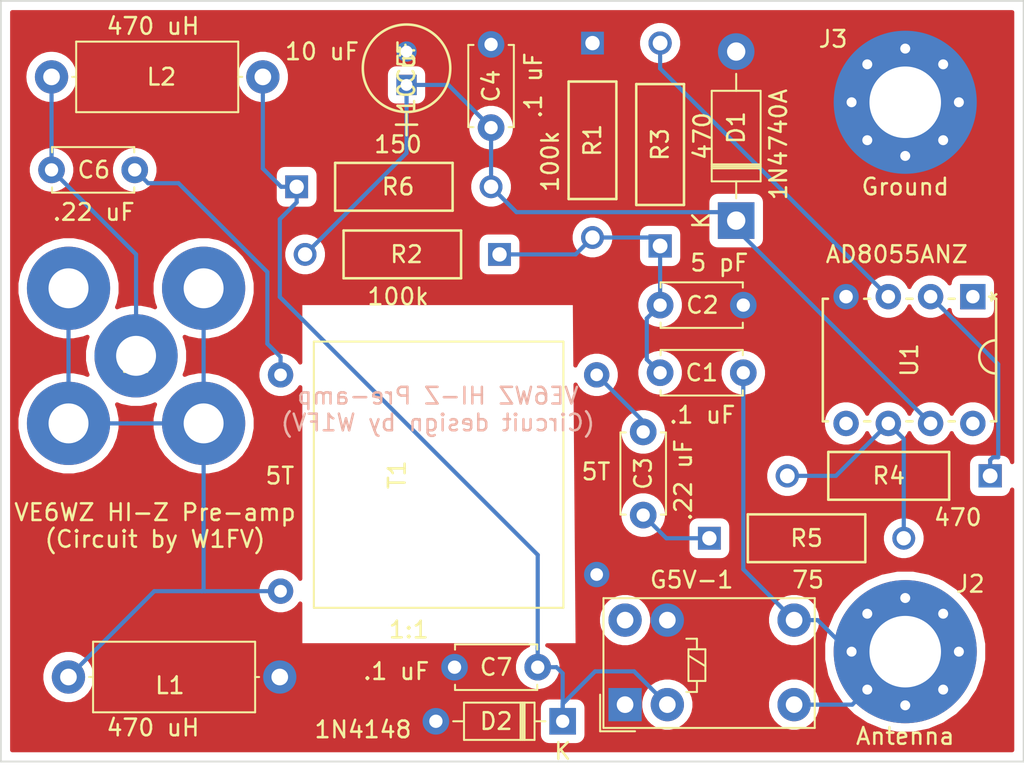
<source format=kicad_pcb>
(kicad_pcb (version 20171130) (host pcbnew "(5.1.0)-1")

  (general
    (thickness 1.6)
    (drawings 20)
    (tracks 82)
    (zones 0)
    (modules 23)
    (nets 18)
  )

  (page A4)
  (layers
    (0 F.Cu signal)
    (31 B.Cu signal)
    (32 B.Adhes user)
    (33 F.Adhes user)
    (34 B.Paste user)
    (35 F.Paste user)
    (36 B.SilkS user)
    (37 F.SilkS user)
    (38 B.Mask user)
    (39 F.Mask user)
    (40 Dwgs.User user)
    (41 Cmts.User user)
    (42 Eco1.User user)
    (43 Eco2.User user)
    (44 Edge.Cuts user)
    (45 Margin user)
    (46 B.CrtYd user)
    (47 F.CrtYd user)
    (48 B.Fab user)
    (49 F.Fab user)
  )

  (setup
    (last_trace_width 0.25)
    (trace_clearance 0.2)
    (zone_clearance 0.508)
    (zone_45_only no)
    (trace_min 0.2)
    (via_size 0.8)
    (via_drill 0.4)
    (via_min_size 0.4)
    (via_min_drill 0.3)
    (uvia_size 0.3)
    (uvia_drill 0.1)
    (uvias_allowed no)
    (uvia_min_size 0.2)
    (uvia_min_drill 0.1)
    (edge_width 0.05)
    (segment_width 0.2)
    (pcb_text_width 0.3)
    (pcb_text_size 1.5 1.5)
    (mod_edge_width 0.12)
    (mod_text_size 1 1)
    (mod_text_width 0.15)
    (pad_size 1.524 1.524)
    (pad_drill 0.762)
    (pad_to_mask_clearance 0.051)
    (solder_mask_min_width 0.25)
    (aux_axis_origin 0 0)
    (visible_elements 7FFFFFFF)
    (pcbplotparams
      (layerselection 0x010fc_ffffffff)
      (usegerberextensions false)
      (usegerberattributes false)
      (usegerberadvancedattributes false)
      (creategerberjobfile false)
      (excludeedgelayer true)
      (linewidth 0.100000)
      (plotframeref false)
      (viasonmask false)
      (mode 1)
      (useauxorigin false)
      (hpglpennumber 1)
      (hpglpenspeed 20)
      (hpglpendiameter 15.000000)
      (psnegative false)
      (psa4output false)
      (plotreference true)
      (plotvalue true)
      (plotinvisibletext false)
      (padsonsilk false)
      (subtractmaskfromsilk false)
      (outputformat 1)
      (mirror false)
      (drillshape 1)
      (scaleselection 1)
      (outputdirectory ""))
  )

  (net 0 "")
  (net 1 "Net-(C1-Pad2)")
  (net 2 "Net-(C1-Pad1)")
  (net 3 Earth)
  (net 4 "Net-(C3-Pad1)")
  (net 5 "Net-(C3-Pad2)")
  (net 6 "Net-(C4-Pad1)")
  (net 7 "Net-(C6-Pad1)")
  (net 8 "Net-(C6-Pad2)")
  (net 9 "Net-(J1-Pad2)")
  (net 10 "Net-(R3-Pad2)")
  (net 11 "Net-(R4-Pad2)")
  (net 12 "Net-(R4-Pad1)")
  (net 13 "Net-(U1-Pad1)")
  (net 14 "Net-(U1-Pad5)")
  (net 15 "Net-(U1-Pad8)")
  (net 16 "Net-(C7-Pad1)")
  (net 17 "Net-(K1-Pad10)")

  (net_class Default "This is the default net class."
    (clearance 0.2)
    (trace_width 0.25)
    (via_dia 0.8)
    (via_drill 0.4)
    (uvia_dia 0.3)
    (uvia_drill 0.1)
    (add_net Earth)
    (add_net "Net-(C1-Pad1)")
    (add_net "Net-(C1-Pad2)")
    (add_net "Net-(C3-Pad1)")
    (add_net "Net-(C3-Pad2)")
    (add_net "Net-(C4-Pad1)")
    (add_net "Net-(C6-Pad1)")
    (add_net "Net-(C6-Pad2)")
    (add_net "Net-(C7-Pad1)")
    (add_net "Net-(J1-Pad2)")
    (add_net "Net-(K1-Pad10)")
    (add_net "Net-(R3-Pad2)")
    (add_net "Net-(R4-Pad1)")
    (add_net "Net-(R4-Pad2)")
    (add_net "Net-(U1-Pad1)")
    (add_net "Net-(U1-Pad5)")
    (add_net "Net-(U1-Pad8)")
  )

  (module Steve_Library:AD8055ANZ (layer F.Cu) (tedit 5D6D9EA9) (tstamp 5D574044)
    (at 129.032 101.6 270)
    (path /5D5491FF)
    (fp_text reference U1 (at -3.81 -3.81 270) (layer F.SilkS)
      (effects (font (size 1 1) (thickness 0.15)))
    )
    (fp_text value AD8055ANZ (at -10.16 -3.048 180) (layer F.SilkS)
      (effects (font (size 1 1) (thickness 0.15)))
    )
    (fp_text user ~ (at 0 0 270) (layer Cmts.User)
      (effects (font (size 0.127 0.127) (thickness 0.002)))
    )
    (fp_text user * (at -7.62 -9.144 270) (layer F.SilkS)
      (effects (font (size 1 1) (thickness 0.15)))
    )
    (fp_text user * (at -7.112 -7.62 270) (layer F.Fab)
      (effects (font (size 1 1) (thickness 0.15)))
    )
    (fp_line (start -7.366 -7.2136) (end -7.366 -8.0264) (layer F.Fab) (width 0.1524))
    (fp_line (start -7.366 -8.0264) (end -8.0264 -8.0264) (layer F.Fab) (width 0.1524))
    (fp_line (start -8.0264 -8.0264) (end -8.0264 -7.2136) (layer F.Fab) (width 0.1524))
    (fp_line (start -8.0264 -7.2136) (end -7.366 -7.2136) (layer F.Fab) (width 0.1524))
    (fp_line (start -7.366 -4.6736) (end -7.366 -5.4864) (layer F.Fab) (width 0.1524))
    (fp_line (start -7.366 -5.4864) (end -8.0264 -5.4864) (layer F.Fab) (width 0.1524))
    (fp_line (start -8.0264 -5.4864) (end -8.0264 -4.6736) (layer F.Fab) (width 0.1524))
    (fp_line (start -8.0264 -4.6736) (end -7.366 -4.6736) (layer F.Fab) (width 0.1524))
    (fp_line (start -7.366 -2.1336) (end -7.366 -2.9464) (layer F.Fab) (width 0.1524))
    (fp_line (start -7.366 -2.9464) (end -8.0264 -2.9464) (layer F.Fab) (width 0.1524))
    (fp_line (start -8.0264 -2.9464) (end -8.0264 -2.1336) (layer F.Fab) (width 0.1524))
    (fp_line (start -8.0264 -2.1336) (end -7.366 -2.1336) (layer F.Fab) (width 0.1524))
    (fp_line (start -7.366 0.4064) (end -7.366 -0.4064) (layer F.Fab) (width 0.1524))
    (fp_line (start -7.366 -0.4064) (end -8.0264 -0.4064) (layer F.Fab) (width 0.1524))
    (fp_line (start -8.0264 -0.4064) (end -8.0264 0.4064) (layer F.Fab) (width 0.1524))
    (fp_line (start -8.0264 0.4064) (end -7.366 0.4064) (layer F.Fab) (width 0.1524))
    (fp_line (start -0.254 -0.4064) (end -0.254 0.4064) (layer F.Fab) (width 0.1524))
    (fp_line (start -0.254 0.4064) (end 0.4064 0.4064) (layer F.Fab) (width 0.1524))
    (fp_line (start 0.4064 0.4064) (end 0.4064 -0.4064) (layer F.Fab) (width 0.1524))
    (fp_line (start 0.4064 -0.4064) (end -0.254 -0.4064) (layer F.Fab) (width 0.1524))
    (fp_line (start -0.254 -2.9464) (end -0.254 -2.1336) (layer F.Fab) (width 0.1524))
    (fp_line (start -0.254 -2.1336) (end 0.4064 -2.1336) (layer F.Fab) (width 0.1524))
    (fp_line (start 0.4064 -2.1336) (end 0.4064 -2.9464) (layer F.Fab) (width 0.1524))
    (fp_line (start 0.4064 -2.9464) (end -0.254 -2.9464) (layer F.Fab) (width 0.1524))
    (fp_line (start -0.254 -5.4864) (end -0.254 -4.6736) (layer F.Fab) (width 0.1524))
    (fp_line (start -0.254 -4.6736) (end 0.4064 -4.6736) (layer F.Fab) (width 0.1524))
    (fp_line (start 0.4064 -4.6736) (end 0.4064 -5.4864) (layer F.Fab) (width 0.1524))
    (fp_line (start 0.4064 -5.4864) (end -0.254 -5.4864) (layer F.Fab) (width 0.1524))
    (fp_line (start -0.254 -8.0264) (end -0.254 -7.2136) (layer F.Fab) (width 0.1524))
    (fp_line (start -0.254 -7.2136) (end 0.4064 -7.2136) (layer F.Fab) (width 0.1524))
    (fp_line (start 0.4064 -7.2136) (end 0.4064 -8.0264) (layer F.Fab) (width 0.1524))
    (fp_line (start 0.4064 -8.0264) (end -0.254 -8.0264) (layer F.Fab) (width 0.1524))
    (fp_line (start -7.493 1.397) (end -0.127 1.397) (layer F.SilkS) (width 0.1524))
    (fp_line (start -0.127 1.397) (end -0.127 1.087348) (layer F.SilkS) (width 0.1524))
    (fp_line (start -0.127 -9.017) (end -7.493 -9.017) (layer F.SilkS) (width 0.1524))
    (fp_line (start -7.493 -9.017) (end -7.493 -8.71474) (layer F.SilkS) (width 0.1524))
    (fp_line (start -7.366 1.27) (end -0.254 1.27) (layer F.Fab) (width 0.1524))
    (fp_line (start -0.254 1.27) (end -0.254 -8.89) (layer F.Fab) (width 0.1524))
    (fp_line (start -0.254 -8.89) (end -7.366 -8.89) (layer F.Fab) (width 0.1524))
    (fp_line (start -7.366 -8.89) (end -7.366 1.27) (layer F.Fab) (width 0.1524))
    (fp_line (start -7.493 -6.52526) (end -7.493 -6.167348) (layer F.SilkS) (width 0.1524))
    (fp_line (start -7.493 -3.992652) (end -7.493 -3.627348) (layer F.SilkS) (width 0.1524))
    (fp_line (start -7.493 -1.452652) (end -7.493 -1.087348) (layer F.SilkS) (width 0.1524))
    (fp_line (start -7.493 1.087348) (end -7.493 1.397) (layer F.SilkS) (width 0.1524))
    (fp_line (start -0.127 -1.087348) (end -0.127 -1.452652) (layer F.SilkS) (width 0.1524))
    (fp_line (start -0.127 -3.627348) (end -0.127 -3.992652) (layer F.SilkS) (width 0.1524))
    (fp_line (start -0.127 -6.167348) (end -0.127 -6.532652) (layer F.SilkS) (width 0.1524))
    (fp_line (start -0.127 -8.707348) (end -0.127 -9.017) (layer F.SilkS) (width 0.1524))
    (fp_line (start 1.016 1.016) (end 1.016 -8.636) (layer F.CrtYd) (width 0.1524))
    (fp_line (start 1.016 -8.636) (end 0 -8.636) (layer F.CrtYd) (width 0.1524))
    (fp_line (start 0 -8.636) (end 0 -9.144) (layer F.CrtYd) (width 0.1524))
    (fp_line (start 0 -9.144) (end -7.62 -9.144) (layer F.CrtYd) (width 0.1524))
    (fp_line (start -7.62 -9.144) (end -7.62 -8.636) (layer F.CrtYd) (width 0.1524))
    (fp_line (start -7.62 -8.636) (end -8.636 -8.636) (layer F.CrtYd) (width 0.1524))
    (fp_line (start -8.636 -8.636) (end -8.636 1.016) (layer F.CrtYd) (width 0.1524))
    (fp_line (start -8.636 1.016) (end -7.62 1.016) (layer F.CrtYd) (width 0.1524))
    (fp_line (start -7.62 1.016) (end -7.62 1.524) (layer F.CrtYd) (width 0.1524))
    (fp_line (start -7.62 1.524) (end 0 1.524) (layer F.CrtYd) (width 0.1524))
    (fp_line (start 0 1.524) (end 0 1.016) (layer F.CrtYd) (width 0.1524))
    (fp_line (start 0 1.016) (end 1.016 1.016) (layer F.CrtYd) (width 0.1524))
    (fp_arc (start -3.81 -8.89) (end -3.5052 -8.89) (angle 180) (layer F.Fab) (width 0.1524))
    (fp_arc (start -4 -9) (end -3.0052 -9) (angle 180) (layer F.SilkS) (width 0.1524))
    (pad 1 thru_hole rect (at -7.62 -7.62 270) (size 1.524 1.524) (drill 0.8128) (layers *.Cu *.Mask)
      (net 13 "Net-(U1-Pad1)"))
    (pad 2 thru_hole circle (at -7.62 -5.08 270) (size 1.524 1.524) (drill 0.8128) (layers *.Cu *.Mask)
      (net 12 "Net-(R4-Pad1)"))
    (pad 3 thru_hole circle (at -7.62 -2.54 270) (size 1.524 1.524) (drill 0.8128) (layers *.Cu *.Mask)
      (net 10 "Net-(R3-Pad2)"))
    (pad 4 thru_hole circle (at -7.62 0 270) (size 1.524 1.524) (drill 0.8128) (layers *.Cu *.Mask)
      (net 3 Earth))
    (pad 5 thru_hole circle (at 0 0 270) (size 1.524 1.524) (drill 0.8128) (layers *.Cu *.Mask)
      (net 14 "Net-(U1-Pad5)"))
    (pad 6 thru_hole circle (at 0 -2.54 270) (size 1.524 1.524) (drill 0.8128) (layers *.Cu *.Mask)
      (net 11 "Net-(R4-Pad2)"))
    (pad 7 thru_hole circle (at 0 -5.08 270) (size 1.524 1.524) (drill 0.8128) (layers *.Cu *.Mask)
      (net 6 "Net-(C4-Pad1)"))
    (pad 8 thru_hole circle (at 0 -7.62 270) (size 1.524 1.524) (drill 0.8128) (layers *.Cu *.Mask)
      (net 15 "Net-(U1-Pad8)"))
  )

  (module Steve_Library:RNF14FTD470R (layer F.Cu) (tedit 5D6D9BAC) (tstamp 5D573FA6)
    (at 125.5 104.75 180)
    (path /5D55F3E3)
    (fp_text reference R4 (at -6.096 0 180) (layer F.SilkS)
      (effects (font (size 1 1) (thickness 0.15)))
    )
    (fp_text value 470 (at -10.25 -2.5 180) (layer F.SilkS)
      (effects (font (size 1 1) (thickness 0.15)))
    )
    (fp_line (start -9.8552 0.9525) (end -13.1445 0.9525) (layer F.CrtYd) (width 0.1524))
    (fp_line (start -9.8552 1.5621) (end -9.8552 0.9525) (layer F.CrtYd) (width 0.1524))
    (fp_line (start -2.3368 1.5621) (end -9.8552 1.5621) (layer F.CrtYd) (width 0.1524))
    (fp_line (start -2.3368 0.9525) (end -2.3368 1.5621) (layer F.CrtYd) (width 0.1524))
    (fp_line (start 0.9525 0.9525) (end -2.3368 0.9525) (layer F.CrtYd) (width 0.1524))
    (fp_line (start 0.9525 -0.9525) (end 0.9525 0.9525) (layer F.CrtYd) (width 0.1524))
    (fp_line (start -2.3368 -0.9525) (end 0.9525 -0.9525) (layer F.CrtYd) (width 0.1524))
    (fp_line (start -2.3368 -1.5621) (end -2.3368 -0.9525) (layer F.CrtYd) (width 0.1524))
    (fp_line (start -9.8552 -1.5621) (end -2.3368 -1.5621) (layer F.CrtYd) (width 0.1524))
    (fp_line (start -9.8552 -0.9525) (end -9.8552 -1.5621) (layer F.CrtYd) (width 0.1524))
    (fp_line (start -13.1445 -0.9525) (end -9.8552 -0.9525) (layer F.CrtYd) (width 0.1524))
    (fp_line (start -13.1445 0.9525) (end -13.1445 -0.9525) (layer F.CrtYd) (width 0.1524))
    (fp_line (start -9.7282 -1.4351) (end -9.7282 1.4351) (layer F.SilkS) (width 0.1524))
    (fp_line (start -2.4638 -1.4351) (end -9.7282 -1.4351) (layer F.SilkS) (width 0.1524))
    (fp_line (start -2.4638 1.4351) (end -2.4638 -1.4351) (layer F.SilkS) (width 0.1524))
    (fp_line (start -9.7282 1.4351) (end -2.4638 1.4351) (layer F.SilkS) (width 0.1524))
    (fp_line (start -9.6012 -1.3081) (end -9.6012 1.3081) (layer F.Fab) (width 0.1524))
    (fp_line (start -2.5908 -1.3081) (end -9.6012 -1.3081) (layer F.Fab) (width 0.1524))
    (fp_line (start -2.5908 1.3081) (end -2.5908 -1.3081) (layer F.Fab) (width 0.1524))
    (fp_line (start -9.6012 1.3081) (end -2.5908 1.3081) (layer F.Fab) (width 0.1524))
    (fp_line (start 0 0) (end -2.5908 0) (layer F.Fab) (width 0.1524))
    (fp_line (start -12.192 0) (end -9.6012 0) (layer F.Fab) (width 0.1524))
    (fp_text user ~ (at 0 0 180) (layer F.Fab)
      (effects (font (size 1 1) (thickness 0.15)))
    )
    (fp_text user ~ (at 0 0 180) (layer F.SilkS)
      (effects (font (size 1 1) (thickness 0.15)))
    )
    (fp_text user ~ (at 0 0 180) (layer Cmts.User)
      (effects (font (size 0.127 0.127) (thickness 0.002)))
    )
    (pad 2 thru_hole circle (at 0 0 180) (size 1.397 1.397) (drill 0.889) (layers *.Cu *.Mask)
      (net 11 "Net-(R4-Pad2)"))
    (pad 1 thru_hole rect (at -12.192 0 180) (size 1.397 1.397) (drill 0.889) (layers *.Cu *.Mask)
      (net 12 "Net-(R4-Pad1)"))
  )

  (module Steve_Library:MFP-25BRD52-75R (layer F.Cu) (tedit 5D6D9B68) (tstamp 5D573FC9)
    (at 132.5 108.5)
    (path /5D54D925)
    (fp_text reference R5 (at -5.842 0) (layer F.SilkS)
      (effects (font (size 1 1) (thickness 0.15)))
    )
    (fp_text value 75 (at -5.75 2.5) (layer F.SilkS)
      (effects (font (size 1 1) (thickness 0.15)))
    )
    (fp_text user ~ (at 0 0) (layer Cmts.User)
      (effects (font (size 0.127 0.127) (thickness 0.002)))
    )
    (fp_text user ~ (at 0 0) (layer F.SilkS)
      (effects (font (size 1 1) (thickness 0.15)))
    )
    (fp_text user ~ (at 0 0) (layer F.Fab)
      (effects (font (size 1 1) (thickness 0.15)))
    )
    (fp_line (start -11.684 0) (end -9.2456 0) (layer F.Fab) (width 0.1524))
    (fp_line (start 0 0) (end -2.4384 0) (layer F.Fab) (width 0.1524))
    (fp_line (start -9.2456 1.3081) (end -2.4384 1.3081) (layer F.Fab) (width 0.1524))
    (fp_line (start -2.4384 1.3081) (end -2.4384 -1.3081) (layer F.Fab) (width 0.1524))
    (fp_line (start -2.4384 -1.3081) (end -9.2456 -1.3081) (layer F.Fab) (width 0.1524))
    (fp_line (start -9.2456 -1.3081) (end -9.2456 1.3081) (layer F.Fab) (width 0.1524))
    (fp_line (start -9.3726 1.4351) (end -2.3114 1.4351) (layer F.SilkS) (width 0.1524))
    (fp_line (start -2.3114 1.4351) (end -2.3114 -1.4351) (layer F.SilkS) (width 0.1524))
    (fp_line (start -2.3114 -1.4351) (end -9.3726 -1.4351) (layer F.SilkS) (width 0.1524))
    (fp_line (start -9.3726 -1.4351) (end -9.3726 1.4351) (layer F.SilkS) (width 0.1524))
    (fp_line (start -12.6238 0.9398) (end -12.6238 -0.9398) (layer F.CrtYd) (width 0.1524))
    (fp_line (start -12.6238 -0.9398) (end -9.4996 -0.9398) (layer F.CrtYd) (width 0.1524))
    (fp_line (start -9.4996 -0.9398) (end -9.4996 -1.5621) (layer F.CrtYd) (width 0.1524))
    (fp_line (start -9.4996 -1.5621) (end -2.1844 -1.5621) (layer F.CrtYd) (width 0.1524))
    (fp_line (start -2.1844 -1.5621) (end -2.1844 -0.9398) (layer F.CrtYd) (width 0.1524))
    (fp_line (start -2.1844 -0.9398) (end 0.9398 -0.9398) (layer F.CrtYd) (width 0.1524))
    (fp_line (start 0.9398 -0.9398) (end 0.9398 0.9398) (layer F.CrtYd) (width 0.1524))
    (fp_line (start 0.9398 0.9398) (end -2.1844 0.9398) (layer F.CrtYd) (width 0.1524))
    (fp_line (start -2.1844 0.9398) (end -2.1844 1.5621) (layer F.CrtYd) (width 0.1524))
    (fp_line (start -2.1844 1.5621) (end -9.4996 1.5621) (layer F.CrtYd) (width 0.1524))
    (fp_line (start -9.4996 1.5621) (end -9.4996 0.9398) (layer F.CrtYd) (width 0.1524))
    (fp_line (start -9.4996 0.9398) (end -12.6238 0.9398) (layer F.CrtYd) (width 0.1524))
    (pad 1 thru_hole rect (at -11.684 0) (size 1.3716 1.3716) (drill 0.8636) (layers *.Cu *.Mask)
      (net 5 "Net-(C3-Pad2)"))
    (pad 2 thru_hole circle (at 0 0) (size 1.3716 1.3716) (drill 0.8636) (layers *.Cu *.Mask)
      (net 11 "Net-(R4-Pad2)"))
  )

  (module Steve_Library:RNF14FTD470R (layer F.Cu) (tedit 5D6D9B39) (tstamp 5D573F83)
    (at 117.856 78.74 90)
    (path /5D55F96E)
    (fp_text reference R3 (at -6.096 0 90) (layer F.SilkS)
      (effects (font (size 1 1) (thickness 0.15)))
    )
    (fp_text value 470 (at -5.588 2.54 90) (layer F.SilkS)
      (effects (font (size 1 1) (thickness 0.15)))
    )
    (fp_text user ~ (at 0 0 90) (layer Cmts.User)
      (effects (font (size 0.127 0.127) (thickness 0.002)))
    )
    (fp_text user ~ (at 0 0 90) (layer F.SilkS)
      (effects (font (size 1 1) (thickness 0.15)))
    )
    (fp_text user ~ (at 0 0 90) (layer F.Fab)
      (effects (font (size 1 1) (thickness 0.15)))
    )
    (fp_line (start -12.192 0) (end -9.6012 0) (layer F.Fab) (width 0.1524))
    (fp_line (start 0 0) (end -2.5908 0) (layer F.Fab) (width 0.1524))
    (fp_line (start -9.6012 1.3081) (end -2.5908 1.3081) (layer F.Fab) (width 0.1524))
    (fp_line (start -2.5908 1.3081) (end -2.5908 -1.3081) (layer F.Fab) (width 0.1524))
    (fp_line (start -2.5908 -1.3081) (end -9.6012 -1.3081) (layer F.Fab) (width 0.1524))
    (fp_line (start -9.6012 -1.3081) (end -9.6012 1.3081) (layer F.Fab) (width 0.1524))
    (fp_line (start -9.7282 1.4351) (end -2.4638 1.4351) (layer F.SilkS) (width 0.1524))
    (fp_line (start -2.4638 1.4351) (end -2.4638 -1.4351) (layer F.SilkS) (width 0.1524))
    (fp_line (start -2.4638 -1.4351) (end -9.7282 -1.4351) (layer F.SilkS) (width 0.1524))
    (fp_line (start -9.7282 -1.4351) (end -9.7282 1.4351) (layer F.SilkS) (width 0.1524))
    (fp_line (start -13.1445 0.9525) (end -13.1445 -0.9525) (layer F.CrtYd) (width 0.1524))
    (fp_line (start -13.1445 -0.9525) (end -9.8552 -0.9525) (layer F.CrtYd) (width 0.1524))
    (fp_line (start -9.8552 -0.9525) (end -9.8552 -1.5621) (layer F.CrtYd) (width 0.1524))
    (fp_line (start -9.8552 -1.5621) (end -2.3368 -1.5621) (layer F.CrtYd) (width 0.1524))
    (fp_line (start -2.3368 -1.5621) (end -2.3368 -0.9525) (layer F.CrtYd) (width 0.1524))
    (fp_line (start -2.3368 -0.9525) (end 0.9525 -0.9525) (layer F.CrtYd) (width 0.1524))
    (fp_line (start 0.9525 -0.9525) (end 0.9525 0.9525) (layer F.CrtYd) (width 0.1524))
    (fp_line (start 0.9525 0.9525) (end -2.3368 0.9525) (layer F.CrtYd) (width 0.1524))
    (fp_line (start -2.3368 0.9525) (end -2.3368 1.5621) (layer F.CrtYd) (width 0.1524))
    (fp_line (start -2.3368 1.5621) (end -9.8552 1.5621) (layer F.CrtYd) (width 0.1524))
    (fp_line (start -9.8552 1.5621) (end -9.8552 0.9525) (layer F.CrtYd) (width 0.1524))
    (fp_line (start -9.8552 0.9525) (end -13.1445 0.9525) (layer F.CrtYd) (width 0.1524))
    (pad 1 thru_hole rect (at -12.192 0 90) (size 1.397 1.397) (drill 0.889) (layers *.Cu *.Mask)
      (net 2 "Net-(C1-Pad1)"))
    (pad 2 thru_hole circle (at 0 0 90) (size 1.397 1.397) (drill 0.889) (layers *.Cu *.Mask)
      (net 10 "Net-(R3-Pad2)"))
  )

  (module Steve_Library:MFP-25BRD52-100K (layer F.Cu) (tedit 5D6D9B18) (tstamp 5D573F3D)
    (at 113.792 90.424 270)
    (path /5D55EC9A)
    (fp_text reference R1 (at -5.842 0 270) (layer F.SilkS)
      (effects (font (size 1 1) (thickness 0.15)))
    )
    (fp_text value 100k (at -4.572 2.54 270) (layer F.SilkS)
      (effects (font (size 1 1) (thickness 0.15)))
    )
    (fp_text user ~ (at 0 0 270) (layer Cmts.User)
      (effects (font (size 0.127 0.127) (thickness 0.002)))
    )
    (fp_text user ~ (at 0 0 270) (layer F.SilkS)
      (effects (font (size 1 1) (thickness 0.15)))
    )
    (fp_text user ~ (at 0 0 270) (layer F.Fab)
      (effects (font (size 1 1) (thickness 0.15)))
    )
    (fp_line (start -11.684 0) (end -9.2456 0) (layer F.Fab) (width 0.1524))
    (fp_line (start 0 0) (end -2.4384 0) (layer F.Fab) (width 0.1524))
    (fp_line (start -9.2456 1.3081) (end -2.4384 1.3081) (layer F.Fab) (width 0.1524))
    (fp_line (start -2.4384 1.3081) (end -2.4384 -1.3081) (layer F.Fab) (width 0.1524))
    (fp_line (start -2.4384 -1.3081) (end -9.2456 -1.3081) (layer F.Fab) (width 0.1524))
    (fp_line (start -9.2456 -1.3081) (end -9.2456 1.3081) (layer F.Fab) (width 0.1524))
    (fp_line (start -9.3726 1.4351) (end -2.3114 1.4351) (layer F.SilkS) (width 0.1524))
    (fp_line (start -2.3114 1.4351) (end -2.3114 -1.4351) (layer F.SilkS) (width 0.1524))
    (fp_line (start -2.3114 -1.4351) (end -9.3726 -1.4351) (layer F.SilkS) (width 0.1524))
    (fp_line (start -9.3726 -1.4351) (end -9.3726 1.4351) (layer F.SilkS) (width 0.1524))
    (fp_line (start -12.6238 0.9398) (end -12.6238 -0.9398) (layer F.CrtYd) (width 0.1524))
    (fp_line (start -12.6238 -0.9398) (end -9.4996 -0.9398) (layer F.CrtYd) (width 0.1524))
    (fp_line (start -9.4996 -0.9398) (end -9.4996 -1.5621) (layer F.CrtYd) (width 0.1524))
    (fp_line (start -9.4996 -1.5621) (end -2.1844 -1.5621) (layer F.CrtYd) (width 0.1524))
    (fp_line (start -2.1844 -1.5621) (end -2.1844 -0.9398) (layer F.CrtYd) (width 0.1524))
    (fp_line (start -2.1844 -0.9398) (end 0.9398 -0.9398) (layer F.CrtYd) (width 0.1524))
    (fp_line (start 0.9398 -0.9398) (end 0.9398 0.9398) (layer F.CrtYd) (width 0.1524))
    (fp_line (start 0.9398 0.9398) (end -2.1844 0.9398) (layer F.CrtYd) (width 0.1524))
    (fp_line (start -2.1844 0.9398) (end -2.1844 1.5621) (layer F.CrtYd) (width 0.1524))
    (fp_line (start -2.1844 1.5621) (end -9.4996 1.5621) (layer F.CrtYd) (width 0.1524))
    (fp_line (start -9.4996 1.5621) (end -9.4996 0.9398) (layer F.CrtYd) (width 0.1524))
    (fp_line (start -9.4996 0.9398) (end -12.6238 0.9398) (layer F.CrtYd) (width 0.1524))
    (pad 1 thru_hole rect (at -11.684 0 270) (size 1.3716 1.3716) (drill 0.8636) (layers *.Cu *.Mask)
      (net 3 Earth))
    (pad 2 thru_hole circle (at 0 0 270) (size 1.3716 1.3716) (drill 0.8636) (layers *.Cu *.Mask)
      (net 2 "Net-(C1-Pad1)"))
  )

  (module Steve_Library:MFP-25BRD52-100K (layer F.Cu) (tedit 5D6D9AE2) (tstamp 5D573F60)
    (at 96.52 91.44 180)
    (path /5D55E5ED)
    (fp_text reference R2 (at -6.096 0 180) (layer F.SilkS)
      (effects (font (size 1 1) (thickness 0.15)))
    )
    (fp_text value 100k (at -5.588 -2.54 180) (layer F.SilkS)
      (effects (font (size 1 1) (thickness 0.15)))
    )
    (fp_line (start -9.4996 0.9398) (end -12.6238 0.9398) (layer F.CrtYd) (width 0.1524))
    (fp_line (start -9.4996 1.5621) (end -9.4996 0.9398) (layer F.CrtYd) (width 0.1524))
    (fp_line (start -2.1844 1.5621) (end -9.4996 1.5621) (layer F.CrtYd) (width 0.1524))
    (fp_line (start -2.1844 0.9398) (end -2.1844 1.5621) (layer F.CrtYd) (width 0.1524))
    (fp_line (start 0.9398 0.9398) (end -2.1844 0.9398) (layer F.CrtYd) (width 0.1524))
    (fp_line (start 0.9398 -0.9398) (end 0.9398 0.9398) (layer F.CrtYd) (width 0.1524))
    (fp_line (start -2.1844 -0.9398) (end 0.9398 -0.9398) (layer F.CrtYd) (width 0.1524))
    (fp_line (start -2.1844 -1.5621) (end -2.1844 -0.9398) (layer F.CrtYd) (width 0.1524))
    (fp_line (start -9.4996 -1.5621) (end -2.1844 -1.5621) (layer F.CrtYd) (width 0.1524))
    (fp_line (start -9.4996 -0.9398) (end -9.4996 -1.5621) (layer F.CrtYd) (width 0.1524))
    (fp_line (start -12.6238 -0.9398) (end -9.4996 -0.9398) (layer F.CrtYd) (width 0.1524))
    (fp_line (start -12.6238 0.9398) (end -12.6238 -0.9398) (layer F.CrtYd) (width 0.1524))
    (fp_line (start -9.3726 -1.4351) (end -9.3726 1.4351) (layer F.SilkS) (width 0.1524))
    (fp_line (start -2.3114 -1.4351) (end -9.3726 -1.4351) (layer F.SilkS) (width 0.1524))
    (fp_line (start -2.3114 1.4351) (end -2.3114 -1.4351) (layer F.SilkS) (width 0.1524))
    (fp_line (start -9.3726 1.4351) (end -2.3114 1.4351) (layer F.SilkS) (width 0.1524))
    (fp_line (start -9.2456 -1.3081) (end -9.2456 1.3081) (layer F.Fab) (width 0.1524))
    (fp_line (start -2.4384 -1.3081) (end -9.2456 -1.3081) (layer F.Fab) (width 0.1524))
    (fp_line (start -2.4384 1.3081) (end -2.4384 -1.3081) (layer F.Fab) (width 0.1524))
    (fp_line (start -9.2456 1.3081) (end -2.4384 1.3081) (layer F.Fab) (width 0.1524))
    (fp_line (start 0 0) (end -2.4384 0) (layer F.Fab) (width 0.1524))
    (fp_line (start -11.684 0) (end -9.2456 0) (layer F.Fab) (width 0.1524))
    (fp_text user ~ (at 0 0 180) (layer F.Fab)
      (effects (font (size 1 1) (thickness 0.15)))
    )
    (fp_text user ~ (at 0 0 180) (layer F.SilkS)
      (effects (font (size 1 1) (thickness 0.15)))
    )
    (fp_text user ~ (at 0 0 180) (layer Cmts.User)
      (effects (font (size 0.127 0.127) (thickness 0.002)))
    )
    (pad 2 thru_hole circle (at 0 0 180) (size 1.3716 1.3716) (drill 0.8636) (layers *.Cu *.Mask)
      (net 6 "Net-(C4-Pad1)"))
    (pad 1 thru_hole rect (at -11.684 0 180) (size 1.3716 1.3716) (drill 0.8636) (layers *.Cu *.Mask)
      (net 2 "Net-(C1-Pad1)"))
  )

  (module Steve_Library:MFR-25FBF52-150R (layer F.Cu) (tedit 5D6D9AAC) (tstamp 5D573FEC)
    (at 107.696 87.376)
    (path /5D55CDDE)
    (fp_text reference R6 (at -5.588 0) (layer F.SilkS)
      (effects (font (size 1 1) (thickness 0.15)))
    )
    (fp_text value 150 (at -5.588 -2.54) (layer F.SilkS)
      (effects (font (size 1 1) (thickness 0.15)))
    )
    (fp_text user ~ (at 0 0) (layer Cmts.User)
      (effects (font (size 0.127 0.127) (thickness 0.002)))
    )
    (fp_text user ~ (at 0 0) (layer F.SilkS)
      (effects (font (size 1 1) (thickness 0.15)))
    )
    (fp_text user ~ (at 0 0) (layer F.Fab)
      (effects (font (size 1 1) (thickness 0.15)))
    )
    (fp_line (start -11.684 0) (end -9.2456 0) (layer F.Fab) (width 0.1524))
    (fp_line (start 0 0) (end -2.4384 0) (layer F.Fab) (width 0.1524))
    (fp_line (start -9.2456 1.3081) (end -2.4384 1.3081) (layer F.Fab) (width 0.1524))
    (fp_line (start -2.4384 1.3081) (end -2.4384 -1.3081) (layer F.Fab) (width 0.1524))
    (fp_line (start -2.4384 -1.3081) (end -9.2456 -1.3081) (layer F.Fab) (width 0.1524))
    (fp_line (start -9.2456 -1.3081) (end -9.2456 1.3081) (layer F.Fab) (width 0.1524))
    (fp_line (start -9.3726 1.4351) (end -2.3114 1.4351) (layer F.SilkS) (width 0.1524))
    (fp_line (start -2.3114 1.4351) (end -2.3114 -1.4351) (layer F.SilkS) (width 0.1524))
    (fp_line (start -2.3114 -1.4351) (end -9.3726 -1.4351) (layer F.SilkS) (width 0.1524))
    (fp_line (start -9.3726 -1.4351) (end -9.3726 1.4351) (layer F.SilkS) (width 0.1524))
    (fp_line (start -12.6238 0.9398) (end -12.6238 -0.9398) (layer F.CrtYd) (width 0.1524))
    (fp_line (start -12.6238 -0.9398) (end -9.4996 -0.9398) (layer F.CrtYd) (width 0.1524))
    (fp_line (start -9.4996 -0.9398) (end -9.4996 -1.5621) (layer F.CrtYd) (width 0.1524))
    (fp_line (start -9.4996 -1.5621) (end -2.1844 -1.5621) (layer F.CrtYd) (width 0.1524))
    (fp_line (start -2.1844 -1.5621) (end -2.1844 -0.9398) (layer F.CrtYd) (width 0.1524))
    (fp_line (start -2.1844 -0.9398) (end 0.9398 -0.9398) (layer F.CrtYd) (width 0.1524))
    (fp_line (start 0.9398 -0.9398) (end 0.9398 0.9398) (layer F.CrtYd) (width 0.1524))
    (fp_line (start 0.9398 0.9398) (end -2.1844 0.9398) (layer F.CrtYd) (width 0.1524))
    (fp_line (start -2.1844 0.9398) (end -2.1844 1.5621) (layer F.CrtYd) (width 0.1524))
    (fp_line (start -2.1844 1.5621) (end -9.4996 1.5621) (layer F.CrtYd) (width 0.1524))
    (fp_line (start -9.4996 1.5621) (end -9.4996 0.9398) (layer F.CrtYd) (width 0.1524))
    (fp_line (start -9.4996 0.9398) (end -12.6238 0.9398) (layer F.CrtYd) (width 0.1524))
    (pad 1 thru_hole rect (at -11.684 0) (size 1.3716 1.3716) (drill 0.8636) (layers *.Cu *.Mask)
      (net 16 "Net-(C7-Pad1)"))
    (pad 2 thru_hole circle (at 0 0) (size 1.3716 1.3716) (drill 0.8636) (layers *.Cu *.Mask)
      (net 6 "Net-(C4-Pad1)"))
  )

  (module Steve_Library:Binocular (layer F.Cu) (tedit 5D575AEB) (tstamp 5D573FF8)
    (at 98.044 106.68 270)
    (descr "Binocular core 2:1")
    (path /5D5A36EA)
    (fp_text reference T1 (at -2 -4 270) (layer F.SilkS)
      (effects (font (size 1 1) (thickness 0.15)))
    )
    (fp_text value 1:1 (at -2 -8 270) (layer F.Fab)
      (effects (font (size 1 1) (thickness 0.15)))
    )
    (fp_line (start -10 -14) (end -10 1) (layer F.SilkS) (width 0.12))
    (fp_line (start 6 -14) (end -10 -14) (layer F.SilkS) (width 0.12))
    (fp_line (start 6 1) (end 6 -14) (layer F.SilkS) (width 0.12))
    (fp_line (start -10 1) (end 6 1) (layer F.SilkS) (width 0.12))
    (pad 4 thru_hole circle (at 5 3 270) (size 1.524 1.524) (drill 0.762) (layers *.Cu *.Mask)
      (net 9 "Net-(J1-Pad2)"))
    (pad 3 thru_hole circle (at -8 3 270) (size 1.524 1.524) (drill 0.762) (layers *.Cu *.Mask)
      (net 8 "Net-(C6-Pad2)"))
    (pad 2 thru_hole circle (at 4 -16 270) (size 1.524 1.524) (drill 0.762) (layers *.Cu *.Mask)
      (net 3 Earth))
    (pad 1 thru_hole circle (at -8 -16 270) (size 1.524 1.524) (drill 0.762) (layers *.Cu *.Mask)
      (net 4 "Net-(C3-Pad1)"))
  )

  (module Capacitor_THT:C_Disc_D4.7mm_W2.5mm_P5.00mm (layer F.Cu) (tedit 5AE50EF0) (tstamp 5D573E39)
    (at 117.856 98.552)
    (descr "C, Disc series, Radial, pin pitch=5.00mm, , diameter*width=4.7*2.5mm^2, Capacitor, http://www.vishay.com/docs/45233/krseries.pdf")
    (tags "C Disc series Radial pin pitch 5.00mm  diameter 4.7mm width 2.5mm Capacitor")
    (path /5D56CBAB)
    (fp_text reference C1 (at 2.5 0) (layer F.SilkS)
      (effects (font (size 1 1) (thickness 0.15)))
    )
    (fp_text value ".1 uF" (at 2.5 2.5) (layer F.Fab)
      (effects (font (size 1 1) (thickness 0.15)))
    )
    (fp_text user %R (at 2.5 0) (layer F.Fab)
      (effects (font (size 0.94 0.94) (thickness 0.141)))
    )
    (fp_line (start 6.05 -1.5) (end -1.05 -1.5) (layer F.CrtYd) (width 0.05))
    (fp_line (start 6.05 1.5) (end 6.05 -1.5) (layer F.CrtYd) (width 0.05))
    (fp_line (start -1.05 1.5) (end 6.05 1.5) (layer F.CrtYd) (width 0.05))
    (fp_line (start -1.05 -1.5) (end -1.05 1.5) (layer F.CrtYd) (width 0.05))
    (fp_line (start 4.97 1.055) (end 4.97 1.37) (layer F.SilkS) (width 0.12))
    (fp_line (start 4.97 -1.37) (end 4.97 -1.055) (layer F.SilkS) (width 0.12))
    (fp_line (start 0.03 1.055) (end 0.03 1.37) (layer F.SilkS) (width 0.12))
    (fp_line (start 0.03 -1.37) (end 0.03 -1.055) (layer F.SilkS) (width 0.12))
    (fp_line (start 0.03 1.37) (end 4.97 1.37) (layer F.SilkS) (width 0.12))
    (fp_line (start 0.03 -1.37) (end 4.97 -1.37) (layer F.SilkS) (width 0.12))
    (fp_line (start 4.85 -1.25) (end 0.15 -1.25) (layer F.Fab) (width 0.1))
    (fp_line (start 4.85 1.25) (end 4.85 -1.25) (layer F.Fab) (width 0.1))
    (fp_line (start 0.15 1.25) (end 4.85 1.25) (layer F.Fab) (width 0.1))
    (fp_line (start 0.15 -1.25) (end 0.15 1.25) (layer F.Fab) (width 0.1))
    (pad 2 thru_hole circle (at 5 0) (size 1.6 1.6) (drill 0.8) (layers *.Cu *.Mask)
      (net 1 "Net-(C1-Pad2)"))
    (pad 1 thru_hole circle (at 0 0) (size 1.6 1.6) (drill 0.8) (layers *.Cu *.Mask)
      (net 2 "Net-(C1-Pad1)"))
    (model ${KISYS3DMOD}/Capacitor_THT.3dshapes/C_Disc_D4.7mm_W2.5mm_P5.00mm.wrl
      (at (xyz 0 0 0))
      (scale (xyz 1 1 1))
      (rotate (xyz 0 0 0))
    )
  )

  (module Capacitor_THT:C_Disc_D4.7mm_W2.5mm_P5.00mm (layer F.Cu) (tedit 5AE50EF0) (tstamp 5D573E4E)
    (at 117.856 94.488)
    (descr "C, Disc series, Radial, pin pitch=5.00mm, , diameter*width=4.7*2.5mm^2, Capacitor, http://www.vishay.com/docs/45233/krseries.pdf")
    (tags "C Disc series Radial pin pitch 5.00mm  diameter 4.7mm width 2.5mm Capacitor")
    (path /5D56BFE2)
    (fp_text reference C2 (at 2.54 0) (layer F.SilkS)
      (effects (font (size 1 1) (thickness 0.15)))
    )
    (fp_text value "5 pF" (at 0.508 2.032) (layer F.Fab)
      (effects (font (size 1 1) (thickness 0.15)))
    )
    (fp_line (start 0.15 -1.25) (end 0.15 1.25) (layer F.Fab) (width 0.1))
    (fp_line (start 0.15 1.25) (end 4.85 1.25) (layer F.Fab) (width 0.1))
    (fp_line (start 4.85 1.25) (end 4.85 -1.25) (layer F.Fab) (width 0.1))
    (fp_line (start 4.85 -1.25) (end 0.15 -1.25) (layer F.Fab) (width 0.1))
    (fp_line (start 0.03 -1.37) (end 4.97 -1.37) (layer F.SilkS) (width 0.12))
    (fp_line (start 0.03 1.37) (end 4.97 1.37) (layer F.SilkS) (width 0.12))
    (fp_line (start 0.03 -1.37) (end 0.03 -1.055) (layer F.SilkS) (width 0.12))
    (fp_line (start 0.03 1.055) (end 0.03 1.37) (layer F.SilkS) (width 0.12))
    (fp_line (start 4.97 -1.37) (end 4.97 -1.055) (layer F.SilkS) (width 0.12))
    (fp_line (start 4.97 1.055) (end 4.97 1.37) (layer F.SilkS) (width 0.12))
    (fp_line (start -1.05 -1.5) (end -1.05 1.5) (layer F.CrtYd) (width 0.05))
    (fp_line (start -1.05 1.5) (end 6.05 1.5) (layer F.CrtYd) (width 0.05))
    (fp_line (start 6.05 1.5) (end 6.05 -1.5) (layer F.CrtYd) (width 0.05))
    (fp_line (start 6.05 -1.5) (end -1.05 -1.5) (layer F.CrtYd) (width 0.05))
    (fp_text user %R (at 3.048 0) (layer F.Fab)
      (effects (font (size 0.94 0.94) (thickness 0.141)))
    )
    (pad 1 thru_hole circle (at 0 0) (size 1.6 1.6) (drill 0.8) (layers *.Cu *.Mask)
      (net 2 "Net-(C1-Pad1)"))
    (pad 2 thru_hole circle (at 5 0) (size 1.6 1.6) (drill 0.8) (layers *.Cu *.Mask)
      (net 3 Earth))
    (model ${KISYS3DMOD}/Capacitor_THT.3dshapes/C_Disc_D4.7mm_W2.5mm_P5.00mm.wrl
      (at (xyz 0 0 0))
      (scale (xyz 1 1 1))
      (rotate (xyz 0 0 0))
    )
  )

  (module Capacitor_THT:C_Disc_D4.7mm_W2.5mm_P5.00mm (layer F.Cu) (tedit 5AE50EF0) (tstamp 5D573E63)
    (at 116.84 102.108 270)
    (descr "C, Disc series, Radial, pin pitch=5.00mm, , diameter*width=4.7*2.5mm^2, Capacitor, http://www.vishay.com/docs/45233/krseries.pdf")
    (tags "C Disc series Radial pin pitch 5.00mm  diameter 4.7mm width 2.5mm Capacitor")
    (path /5D551389)
    (fp_text reference C3 (at 2.5 0 270) (layer F.SilkS)
      (effects (font (size 1 1) (thickness 0.15)))
    )
    (fp_text value ".22 uF" (at 2.5 2.5 270) (layer F.Fab)
      (effects (font (size 1 1) (thickness 0.15)))
    )
    (fp_line (start 0.15 -1.25) (end 0.15 1.25) (layer F.Fab) (width 0.1))
    (fp_line (start 0.15 1.25) (end 4.85 1.25) (layer F.Fab) (width 0.1))
    (fp_line (start 4.85 1.25) (end 4.85 -1.25) (layer F.Fab) (width 0.1))
    (fp_line (start 4.85 -1.25) (end 0.15 -1.25) (layer F.Fab) (width 0.1))
    (fp_line (start 0.03 -1.37) (end 4.97 -1.37) (layer F.SilkS) (width 0.12))
    (fp_line (start 0.03 1.37) (end 4.97 1.37) (layer F.SilkS) (width 0.12))
    (fp_line (start 0.03 -1.37) (end 0.03 -1.055) (layer F.SilkS) (width 0.12))
    (fp_line (start 0.03 1.055) (end 0.03 1.37) (layer F.SilkS) (width 0.12))
    (fp_line (start 4.97 -1.37) (end 4.97 -1.055) (layer F.SilkS) (width 0.12))
    (fp_line (start 4.97 1.055) (end 4.97 1.37) (layer F.SilkS) (width 0.12))
    (fp_line (start -1.05 -1.5) (end -1.05 1.5) (layer F.CrtYd) (width 0.05))
    (fp_line (start -1.05 1.5) (end 6.05 1.5) (layer F.CrtYd) (width 0.05))
    (fp_line (start 6.05 1.5) (end 6.05 -1.5) (layer F.CrtYd) (width 0.05))
    (fp_line (start 6.05 -1.5) (end -1.05 -1.5) (layer F.CrtYd) (width 0.05))
    (fp_text user %R (at 2.5 0 270) (layer F.Fab)
      (effects (font (size 0.94 0.94) (thickness 0.141)))
    )
    (pad 1 thru_hole circle (at 0 0 270) (size 1.6 1.6) (drill 0.8) (layers *.Cu *.Mask)
      (net 4 "Net-(C3-Pad1)"))
    (pad 2 thru_hole circle (at 5 0 270) (size 1.6 1.6) (drill 0.8) (layers *.Cu *.Mask)
      (net 5 "Net-(C3-Pad2)"))
    (model ${KISYS3DMOD}/Capacitor_THT.3dshapes/C_Disc_D4.7mm_W2.5mm_P5.00mm.wrl
      (at (xyz 0 0 0))
      (scale (xyz 1 1 1))
      (rotate (xyz 0 0 0))
    )
  )

  (module Capacitor_THT:C_Disc_D4.7mm_W2.5mm_P5.00mm (layer F.Cu) (tedit 5AE50EF0) (tstamp 5D573E78)
    (at 107.696 83.82 90)
    (descr "C, Disc series, Radial, pin pitch=5.00mm, , diameter*width=4.7*2.5mm^2, Capacitor, http://www.vishay.com/docs/45233/krseries.pdf")
    (tags "C Disc series Radial pin pitch 5.00mm  diameter 4.7mm width 2.5mm Capacitor")
    (path /5D55FDB2)
    (fp_text reference C4 (at 2.5 0 90) (layer F.SilkS)
      (effects (font (size 1 1) (thickness 0.15)))
    )
    (fp_text value ".1 uF" (at 2.5 2.5 90) (layer F.Fab)
      (effects (font (size 1 1) (thickness 0.15)))
    )
    (fp_text user %R (at 2.5 0 90) (layer F.Fab)
      (effects (font (size 0.94 0.94) (thickness 0.141)))
    )
    (fp_line (start 6.05 -1.5) (end -1.05 -1.5) (layer F.CrtYd) (width 0.05))
    (fp_line (start 6.05 1.5) (end 6.05 -1.5) (layer F.CrtYd) (width 0.05))
    (fp_line (start -1.05 1.5) (end 6.05 1.5) (layer F.CrtYd) (width 0.05))
    (fp_line (start -1.05 -1.5) (end -1.05 1.5) (layer F.CrtYd) (width 0.05))
    (fp_line (start 4.97 1.055) (end 4.97 1.37) (layer F.SilkS) (width 0.12))
    (fp_line (start 4.97 -1.37) (end 4.97 -1.055) (layer F.SilkS) (width 0.12))
    (fp_line (start 0.03 1.055) (end 0.03 1.37) (layer F.SilkS) (width 0.12))
    (fp_line (start 0.03 -1.37) (end 0.03 -1.055) (layer F.SilkS) (width 0.12))
    (fp_line (start 0.03 1.37) (end 4.97 1.37) (layer F.SilkS) (width 0.12))
    (fp_line (start 0.03 -1.37) (end 4.97 -1.37) (layer F.SilkS) (width 0.12))
    (fp_line (start 4.85 -1.25) (end 0.15 -1.25) (layer F.Fab) (width 0.1))
    (fp_line (start 4.85 1.25) (end 4.85 -1.25) (layer F.Fab) (width 0.1))
    (fp_line (start 0.15 1.25) (end 4.85 1.25) (layer F.Fab) (width 0.1))
    (fp_line (start 0.15 -1.25) (end 0.15 1.25) (layer F.Fab) (width 0.1))
    (pad 2 thru_hole circle (at 5 0 90) (size 1.6 1.6) (drill 0.8) (layers *.Cu *.Mask)
      (net 3 Earth))
    (pad 1 thru_hole circle (at 0 0 90) (size 1.6 1.6) (drill 0.8) (layers *.Cu *.Mask)
      (net 6 "Net-(C4-Pad1)"))
    (model ${KISYS3DMOD}/Capacitor_THT.3dshapes/C_Disc_D4.7mm_W2.5mm_P5.00mm.wrl
      (at (xyz 0 0 0))
      (scale (xyz 1 1 1))
      (rotate (xyz 0 0 0))
    )
  )

  (module Steve_Library:UVR1H100MDD1TD (layer F.Cu) (tedit 0) (tstamp 5D573E8F)
    (at 102.616 79.248 90)
    (path /5D560BE7)
    (fp_text reference C5 (at -1.0033 0 90) (layer F.SilkS)
      (effects (font (size 1 1) (thickness 0.15)))
    )
    (fp_text value "10 uF" (at -1.524 0 90) (layer F.SilkS)
      (effects (font (size 1 1) (thickness 0.15)))
    )
    (fp_text user "Copyright 2016 Accelerated Designs. All rights reserved." (at 0 0 90) (layer Cmts.User)
      (effects (font (size 0.127 0.127) (thickness 0.002)))
    )
    (fp_text user * (at 0 0 90) (layer F.SilkS)
      (effects (font (size 1 1) (thickness 0.15)))
    )
    (fp_text user * (at 0 0 90) (layer F.Fab)
      (effects (font (size 1 1) (thickness 0.15)))
    )
    (fp_line (start -5.0292 0) (end -3.7592 0) (layer F.Fab) (width 0.1524))
    (fp_line (start -4.3942 -0.635) (end -4.3942 0.635) (layer F.Fab) (width 0.1524))
    (fp_line (start -5.0292 0) (end -3.7592 0) (layer F.SilkS) (width 0.1524))
    (fp_line (start -4.3942 -0.635) (end -4.3942 0.635) (layer F.SilkS) (width 0.1524))
    (fp_line (start -2.138082 -2.7559) (end 0.131482 -2.7559) (layer F.CrtYd) (width 0.1524))
    (fp_line (start 0.131482 -2.7559) (end 1.7526 -1.134782) (layer F.CrtYd) (width 0.1524))
    (fp_line (start 1.7526 -1.134782) (end 1.7526 1.134782) (layer F.CrtYd) (width 0.1524))
    (fp_line (start 1.7526 1.134782) (end 0.131482 2.7559) (layer F.CrtYd) (width 0.1524))
    (fp_line (start 0.131482 2.7559) (end -2.138082 2.7559) (layer F.CrtYd) (width 0.1524))
    (fp_line (start -2.138082 2.7559) (end -3.7592 1.134782) (layer F.CrtYd) (width 0.1524))
    (fp_line (start -3.7592 1.134782) (end -3.7592 -1.134782) (layer F.CrtYd) (width 0.1524))
    (fp_line (start -3.7592 -1.134782) (end -2.138082 -2.7559) (layer F.CrtYd) (width 0.1524))
    (fp_circle (center -1.0033 0) (end 1.4986 0) (layer F.Fab) (width 0.1524))
    (fp_circle (center -1.0033 0) (end 1.6256 0) (layer F.SilkS) (width 0.1524))
    (pad 1 thru_hole rect (at -2.0066 0 90) (size 1.2192 1.2192) (drill 0.7112) (layers *.Cu *.Mask)
      (net 6 "Net-(C4-Pad1)"))
    (pad 2 thru_hole circle (at 0 0 90) (size 1.2192 1.2192) (drill 0.7112) (layers *.Cu *.Mask)
      (net 3 Earth))
  )

  (module Capacitor_THT:C_Disc_D4.7mm_W2.5mm_P5.00mm (layer F.Cu) (tedit 5AE50EF0) (tstamp 5D573EA4)
    (at 81.28 86.36)
    (descr "C, Disc series, Radial, pin pitch=5.00mm, , diameter*width=4.7*2.5mm^2, Capacitor, http://www.vishay.com/docs/45233/krseries.pdf")
    (tags "C Disc series Radial pin pitch 5.00mm  diameter 4.7mm width 2.5mm Capacitor")
    (path /5D55389C)
    (fp_text reference C6 (at 2.54 0) (layer F.SilkS)
      (effects (font (size 1 1) (thickness 0.15)))
    )
    (fp_text value ".22 uF" (at 2.5 2.5) (layer F.Fab)
      (effects (font (size 1 1) (thickness 0.15)))
    )
    (fp_line (start 0.15 -1.25) (end 0.15 1.25) (layer F.Fab) (width 0.1))
    (fp_line (start 0.15 1.25) (end 4.85 1.25) (layer F.Fab) (width 0.1))
    (fp_line (start 4.85 1.25) (end 4.85 -1.25) (layer F.Fab) (width 0.1))
    (fp_line (start 4.85 -1.25) (end 0.15 -1.25) (layer F.Fab) (width 0.1))
    (fp_line (start 0.03 -1.37) (end 4.97 -1.37) (layer F.SilkS) (width 0.12))
    (fp_line (start 0.03 1.37) (end 4.97 1.37) (layer F.SilkS) (width 0.12))
    (fp_line (start 0.03 -1.37) (end 0.03 -1.055) (layer F.SilkS) (width 0.12))
    (fp_line (start 0.03 1.055) (end 0.03 1.37) (layer F.SilkS) (width 0.12))
    (fp_line (start 4.97 -1.37) (end 4.97 -1.055) (layer F.SilkS) (width 0.12))
    (fp_line (start 4.97 1.055) (end 4.97 1.37) (layer F.SilkS) (width 0.12))
    (fp_line (start -1.05 -1.5) (end -1.05 1.5) (layer F.CrtYd) (width 0.05))
    (fp_line (start -1.05 1.5) (end 6.05 1.5) (layer F.CrtYd) (width 0.05))
    (fp_line (start 6.05 1.5) (end 6.05 -1.5) (layer F.CrtYd) (width 0.05))
    (fp_line (start 6.05 -1.5) (end -1.05 -1.5) (layer F.CrtYd) (width 0.05))
    (fp_text user %R (at 2.5 0) (layer F.Fab)
      (effects (font (size 0.94 0.94) (thickness 0.141)))
    )
    (pad 1 thru_hole circle (at 0 0) (size 1.6 1.6) (drill 0.8) (layers *.Cu *.Mask)
      (net 7 "Net-(C6-Pad1)"))
    (pad 2 thru_hole circle (at 5 0) (size 1.6 1.6) (drill 0.8) (layers *.Cu *.Mask)
      (net 8 "Net-(C6-Pad2)"))
    (model ${KISYS3DMOD}/Capacitor_THT.3dshapes/C_Disc_D4.7mm_W2.5mm_P5.00mm.wrl
      (at (xyz 0 0 0))
      (scale (xyz 1 1 1))
      (rotate (xyz 0 0 0))
    )
  )

  (module Diode_THT:D_DO-41_SOD81_P10.16mm_Horizontal (layer F.Cu) (tedit 5AE50CD5) (tstamp 5D573EC3)
    (at 122.428 89.408 90)
    (descr "Diode, DO-41_SOD81 series, Axial, Horizontal, pin pitch=10.16mm, , length*diameter=5.2*2.7mm^2, , http://www.diodes.com/_files/packages/DO-41%20(Plastic).pdf")
    (tags "Diode DO-41_SOD81 series Axial Horizontal pin pitch 10.16mm  length 5.2mm diameter 2.7mm")
    (path /5D552033)
    (fp_text reference D1 (at 5.588 0 90) (layer F.SilkS)
      (effects (font (size 1 1) (thickness 0.15)))
    )
    (fp_text value 1N4740A (at 5.08 2.47 90) (layer F.Fab)
      (effects (font (size 1 1) (thickness 0.15)))
    )
    (fp_line (start 2.48 -1.35) (end 2.48 1.35) (layer F.Fab) (width 0.1))
    (fp_line (start 2.48 1.35) (end 7.68 1.35) (layer F.Fab) (width 0.1))
    (fp_line (start 7.68 1.35) (end 7.68 -1.35) (layer F.Fab) (width 0.1))
    (fp_line (start 7.68 -1.35) (end 2.48 -1.35) (layer F.Fab) (width 0.1))
    (fp_line (start 0 0) (end 2.48 0) (layer F.Fab) (width 0.1))
    (fp_line (start 10.16 0) (end 7.68 0) (layer F.Fab) (width 0.1))
    (fp_line (start 3.26 -1.35) (end 3.26 1.35) (layer F.Fab) (width 0.1))
    (fp_line (start 3.36 -1.35) (end 3.36 1.35) (layer F.Fab) (width 0.1))
    (fp_line (start 3.16 -1.35) (end 3.16 1.35) (layer F.Fab) (width 0.1))
    (fp_line (start 2.36 -1.47) (end 2.36 1.47) (layer F.SilkS) (width 0.12))
    (fp_line (start 2.36 1.47) (end 7.8 1.47) (layer F.SilkS) (width 0.12))
    (fp_line (start 7.8 1.47) (end 7.8 -1.47) (layer F.SilkS) (width 0.12))
    (fp_line (start 7.8 -1.47) (end 2.36 -1.47) (layer F.SilkS) (width 0.12))
    (fp_line (start 1.34 0) (end 2.36 0) (layer F.SilkS) (width 0.12))
    (fp_line (start 8.82 0) (end 7.8 0) (layer F.SilkS) (width 0.12))
    (fp_line (start 3.26 -1.47) (end 3.26 1.47) (layer F.SilkS) (width 0.12))
    (fp_line (start 3.38 -1.47) (end 3.38 1.47) (layer F.SilkS) (width 0.12))
    (fp_line (start 3.14 -1.47) (end 3.14 1.47) (layer F.SilkS) (width 0.12))
    (fp_line (start -1.35 -1.6) (end -1.35 1.6) (layer F.CrtYd) (width 0.05))
    (fp_line (start -1.35 1.6) (end 11.51 1.6) (layer F.CrtYd) (width 0.05))
    (fp_line (start 11.51 1.6) (end 11.51 -1.6) (layer F.CrtYd) (width 0.05))
    (fp_line (start 11.51 -1.6) (end -1.35 -1.6) (layer F.CrtYd) (width 0.05))
    (fp_text user %R (at 4.064 -2.032 90) (layer F.Fab)
      (effects (font (size 1 1) (thickness 0.15)))
    )
    (fp_text user K (at 0 -2.1 90) (layer F.Fab)
      (effects (font (size 1 1) (thickness 0.15)))
    )
    (fp_text user K (at 0 -2.1 90) (layer F.SilkS)
      (effects (font (size 1 1) (thickness 0.15)))
    )
    (pad 1 thru_hole rect (at 0 0 90) (size 2.2 2.2) (drill 1.1) (layers *.Cu *.Mask)
      (net 6 "Net-(C4-Pad1)"))
    (pad 2 thru_hole oval (at 10.16 0 90) (size 2.2 2.2) (drill 1.1) (layers *.Cu *.Mask)
      (net 3 Earth))
    (model ${KISYS3DMOD}/Diode_THT.3dshapes/D_DO-41_SOD81_P10.16mm_Horizontal.wrl
      (at (xyz 0 0 0))
      (scale (xyz 1 1 1))
      (rotate (xyz 0 0 0))
    )
  )

  (module Steve_Library:Fconnector (layer F.Cu) (tedit 5CBCCC54) (tstamp 5D573ECC)
    (at 86.36 97.536)
    (descr "Amphenol Vertical F")
    (tags "Connector F")
    (path /5D555722)
    (fp_text reference J1 (at 0 0.5) (layer F.SilkS)
      (effects (font (size 1 1) (thickness 0.15)))
    )
    (fp_text value "F Conn" (at 0 -0.5) (layer F.Fab)
      (effects (font (size 1 1) (thickness 0.25)))
    )
    (pad 2 thru_hole circle (at 4.06 -4.06) (size 5 5) (drill 2.4) (layers *.Cu *.Mask)
      (net 9 "Net-(J1-Pad2)"))
    (pad 2 thru_hole circle (at -4.06 4.06) (size 5 5) (drill 2.4) (layers *.Cu *.Mask)
      (net 9 "Net-(J1-Pad2)"))
    (pad 2 thru_hole circle (at -4.06 -4.06) (size 5 5) (drill 2.4) (layers *.Cu *.Mask)
      (net 9 "Net-(J1-Pad2)"))
    (pad 2 thru_hole circle (at 4.06 4.06) (size 5 5) (drill 2.4) (layers *.Cu *.Mask)
      (net 9 "Net-(J1-Pad2)"))
    (pad 1 thru_hole circle (at 0 0) (size 5 5) (drill 2.4) (layers *.Cu *.Mask)
      (net 7 "Net-(C6-Pad1)"))
  )

  (module Inductor_THT:L_Axial_L9.5mm_D4.0mm_P12.70mm_Horizontal_Fastron_SMCC (layer F.Cu) (tedit 5AE59B05) (tstamp 5D573F03)
    (at 82.296 116.84)
    (descr "Inductor, Axial series, Axial, Horizontal, pin pitch=12.7mm, , length*diameter=9.5*4mm^2, Fastron, SMCC, http://cdn-reichelt.de/documents/datenblatt/B400/DS_SMCC_NEU.pdf, http://cdn-reichelt.de/documents/datenblatt/B400/LEADEDINDUCTORS.pdf")
    (tags "Inductor Axial series Axial Horizontal pin pitch 12.7mm  length 9.5mm diameter 4mm Fastron SMCC")
    (path /5D55759D)
    (fp_text reference L1 (at 6.096 0.508) (layer F.SilkS)
      (effects (font (size 1 1) (thickness 0.15)))
    )
    (fp_text value "470 uH" (at 6.35 3.12) (layer F.Fab)
      (effects (font (size 1 1) (thickness 0.15)))
    )
    (fp_line (start 1.6 -2) (end 1.6 2) (layer F.Fab) (width 0.1))
    (fp_line (start 1.6 2) (end 11.1 2) (layer F.Fab) (width 0.1))
    (fp_line (start 11.1 2) (end 11.1 -2) (layer F.Fab) (width 0.1))
    (fp_line (start 11.1 -2) (end 1.6 -2) (layer F.Fab) (width 0.1))
    (fp_line (start 0 0) (end 1.6 0) (layer F.Fab) (width 0.1))
    (fp_line (start 12.7 0) (end 11.1 0) (layer F.Fab) (width 0.1))
    (fp_line (start 1.48 -2.12) (end 1.48 2.12) (layer F.SilkS) (width 0.12))
    (fp_line (start 1.48 2.12) (end 11.22 2.12) (layer F.SilkS) (width 0.12))
    (fp_line (start 11.22 2.12) (end 11.22 -2.12) (layer F.SilkS) (width 0.12))
    (fp_line (start 11.22 -2.12) (end 1.48 -2.12) (layer F.SilkS) (width 0.12))
    (fp_line (start 1.24 0) (end 1.48 0) (layer F.SilkS) (width 0.12))
    (fp_line (start 11.46 0) (end 11.22 0) (layer F.SilkS) (width 0.12))
    (fp_line (start -1.25 -2.25) (end -1.25 2.25) (layer F.CrtYd) (width 0.05))
    (fp_line (start -1.25 2.25) (end 13.95 2.25) (layer F.CrtYd) (width 0.05))
    (fp_line (start 13.95 2.25) (end 13.95 -2.25) (layer F.CrtYd) (width 0.05))
    (fp_line (start 13.95 -2.25) (end -1.25 -2.25) (layer F.CrtYd) (width 0.05))
    (fp_text user %R (at 6.35 0) (layer F.Fab)
      (effects (font (size 1 1) (thickness 0.15)))
    )
    (pad 1 thru_hole circle (at 0 0) (size 2 2) (drill 1) (layers *.Cu *.Mask)
      (net 9 "Net-(J1-Pad2)"))
    (pad 2 thru_hole oval (at 12.7 0) (size 2 2) (drill 1) (layers *.Cu *.Mask)
      (net 3 Earth))
    (model ${KISYS3DMOD}/Inductor_THT.3dshapes/L_Axial_L9.5mm_D4.0mm_P12.70mm_Horizontal_Fastron_SMCC.wrl
      (at (xyz 0 0 0))
      (scale (xyz 1 1 1))
      (rotate (xyz 0 0 0))
    )
  )

  (module Inductor_THT:L_Axial_L9.5mm_D4.0mm_P12.70mm_Horizontal_Fastron_SMCC (layer F.Cu) (tedit 5AE59B05) (tstamp 5D573F1A)
    (at 93.98 80.772 180)
    (descr "Inductor, Axial series, Axial, Horizontal, pin pitch=12.7mm, , length*diameter=9.5*4mm^2, Fastron, SMCC, http://cdn-reichelt.de/documents/datenblatt/B400/DS_SMCC_NEU.pdf, http://cdn-reichelt.de/documents/datenblatt/B400/LEADEDINDUCTORS.pdf")
    (tags "Inductor Axial series Axial Horizontal pin pitch 12.7mm  length 9.5mm diameter 4mm Fastron SMCC")
    (path /5D552BE6)
    (fp_text reference L2 (at 6.096 0 180) (layer F.SilkS)
      (effects (font (size 1 1) (thickness 0.15)))
    )
    (fp_text value "470 uH" (at 6.35 3.12 180) (layer F.Fab)
      (effects (font (size 1 1) (thickness 0.15)))
    )
    (fp_text user %R (at 6.35 0 180) (layer F.Fab)
      (effects (font (size 1 1) (thickness 0.15)))
    )
    (fp_line (start 13.95 -2.25) (end -1.25 -2.25) (layer F.CrtYd) (width 0.05))
    (fp_line (start 13.95 2.25) (end 13.95 -2.25) (layer F.CrtYd) (width 0.05))
    (fp_line (start -1.25 2.25) (end 13.95 2.25) (layer F.CrtYd) (width 0.05))
    (fp_line (start -1.25 -2.25) (end -1.25 2.25) (layer F.CrtYd) (width 0.05))
    (fp_line (start 11.46 0) (end 11.22 0) (layer F.SilkS) (width 0.12))
    (fp_line (start 1.24 0) (end 1.48 0) (layer F.SilkS) (width 0.12))
    (fp_line (start 11.22 -2.12) (end 1.48 -2.12) (layer F.SilkS) (width 0.12))
    (fp_line (start 11.22 2.12) (end 11.22 -2.12) (layer F.SilkS) (width 0.12))
    (fp_line (start 1.48 2.12) (end 11.22 2.12) (layer F.SilkS) (width 0.12))
    (fp_line (start 1.48 -2.12) (end 1.48 2.12) (layer F.SilkS) (width 0.12))
    (fp_line (start 12.7 0) (end 11.1 0) (layer F.Fab) (width 0.1))
    (fp_line (start 0 0) (end 1.6 0) (layer F.Fab) (width 0.1))
    (fp_line (start 11.1 -2) (end 1.6 -2) (layer F.Fab) (width 0.1))
    (fp_line (start 11.1 2) (end 11.1 -2) (layer F.Fab) (width 0.1))
    (fp_line (start 1.6 2) (end 11.1 2) (layer F.Fab) (width 0.1))
    (fp_line (start 1.6 -2) (end 1.6 2) (layer F.Fab) (width 0.1))
    (pad 2 thru_hole oval (at 12.7 0 180) (size 2 2) (drill 1) (layers *.Cu *.Mask)
      (net 7 "Net-(C6-Pad1)"))
    (pad 1 thru_hole circle (at 0 0 180) (size 2 2) (drill 1) (layers *.Cu *.Mask)
      (net 16 "Net-(C7-Pad1)"))
    (model ${KISYS3DMOD}/Inductor_THT.3dshapes/L_Axial_L9.5mm_D4.0mm_P12.70mm_Horizontal_Fastron_SMCC.wrl
      (at (xyz 0 0 0))
      (scale (xyz 1 1 1))
      (rotate (xyz 0 0 0))
    )
  )

  (module MountingHole:MountingHole_4.3mm_M4_Pad_Via (layer F.Cu) (tedit 56DDBFD7) (tstamp 5D57A8EC)
    (at 132.588 115.316)
    (descr "Mounting Hole 4.3mm, M4")
    (tags "mounting hole 4.3mm m4")
    (path /5D59318B)
    (attr virtual)
    (fp_text reference J2 (at 3.912 -4.066) (layer F.SilkS)
      (effects (font (size 1 1) (thickness 0.15)))
    )
    (fp_text value Antenna (at 0 5.3) (layer F.Fab)
      (effects (font (size 1 1) (thickness 0.15)))
    )
    (fp_text user %R (at 0.3 0) (layer F.Fab)
      (effects (font (size 1 1) (thickness 0.15)))
    )
    (fp_circle (center 0 0) (end 4.3 0) (layer Cmts.User) (width 0.15))
    (fp_circle (center 0 0) (end 4.55 0) (layer F.CrtYd) (width 0.05))
    (pad 1 thru_hole circle (at 0 0) (size 8.6 8.6) (drill 4.3) (layers *.Cu *.Mask)
      (net 1 "Net-(C1-Pad2)"))
    (pad 1 thru_hole circle (at 3.225 0) (size 0.9 0.9) (drill 0.6) (layers *.Cu *.Mask)
      (net 1 "Net-(C1-Pad2)"))
    (pad 1 thru_hole circle (at 2.280419 2.280419) (size 0.9 0.9) (drill 0.6) (layers *.Cu *.Mask)
      (net 1 "Net-(C1-Pad2)"))
    (pad 1 thru_hole circle (at 0 3.225) (size 0.9 0.9) (drill 0.6) (layers *.Cu *.Mask)
      (net 1 "Net-(C1-Pad2)"))
    (pad 1 thru_hole circle (at -2.280419 2.280419) (size 0.9 0.9) (drill 0.6) (layers *.Cu *.Mask)
      (net 1 "Net-(C1-Pad2)"))
    (pad 1 thru_hole circle (at -3.225 0) (size 0.9 0.9) (drill 0.6) (layers *.Cu *.Mask)
      (net 1 "Net-(C1-Pad2)"))
    (pad 1 thru_hole circle (at -2.280419 -2.280419) (size 0.9 0.9) (drill 0.6) (layers *.Cu *.Mask)
      (net 1 "Net-(C1-Pad2)"))
    (pad 1 thru_hole circle (at 0 -3.225) (size 0.9 0.9) (drill 0.6) (layers *.Cu *.Mask)
      (net 1 "Net-(C1-Pad2)"))
    (pad 1 thru_hole circle (at 2.280419 -2.280419) (size 0.9 0.9) (drill 0.6) (layers *.Cu *.Mask)
      (net 1 "Net-(C1-Pad2)"))
  )

  (module MountingHole:MountingHole_4.3mm_M4_Pad_Via (layer F.Cu) (tedit 56DDBFD7) (tstamp 5D57A8FB)
    (at 132.588 82.296)
    (descr "Mounting Hole 4.3mm, M4")
    (tags "mounting hole 4.3mm m4")
    (path /5D5946A3)
    (attr virtual)
    (fp_text reference J3 (at -4.338 -3.796) (layer F.SilkS)
      (effects (font (size 1 1) (thickness 0.15)))
    )
    (fp_text value Ground (at 0 5.3) (layer F.Fab)
      (effects (font (size 1 1) (thickness 0.15)))
    )
    (fp_circle (center 0 0) (end 4.55 0) (layer F.CrtYd) (width 0.05))
    (fp_circle (center 0 0) (end 4.3 0) (layer Cmts.User) (width 0.15))
    (fp_text user %R (at 0.3 0) (layer F.Fab)
      (effects (font (size 1 1) (thickness 0.15)))
    )
    (pad 1 thru_hole circle (at 2.280419 -2.280419) (size 0.9 0.9) (drill 0.6) (layers *.Cu *.Mask)
      (net 3 Earth))
    (pad 1 thru_hole circle (at 0 -3.225) (size 0.9 0.9) (drill 0.6) (layers *.Cu *.Mask)
      (net 3 Earth))
    (pad 1 thru_hole circle (at -2.280419 -2.280419) (size 0.9 0.9) (drill 0.6) (layers *.Cu *.Mask)
      (net 3 Earth))
    (pad 1 thru_hole circle (at -3.225 0) (size 0.9 0.9) (drill 0.6) (layers *.Cu *.Mask)
      (net 3 Earth))
    (pad 1 thru_hole circle (at -2.280419 2.280419) (size 0.9 0.9) (drill 0.6) (layers *.Cu *.Mask)
      (net 3 Earth))
    (pad 1 thru_hole circle (at 0 3.225) (size 0.9 0.9) (drill 0.6) (layers *.Cu *.Mask)
      (net 3 Earth))
    (pad 1 thru_hole circle (at 2.280419 2.280419) (size 0.9 0.9) (drill 0.6) (layers *.Cu *.Mask)
      (net 3 Earth))
    (pad 1 thru_hole circle (at 3.225 0) (size 0.9 0.9) (drill 0.6) (layers *.Cu *.Mask)
      (net 3 Earth))
    (pad 1 thru_hole circle (at 0 0) (size 8.6 8.6) (drill 4.3) (layers *.Cu *.Mask)
      (net 3 Earth))
  )

  (module Capacitor_THT:C_Disc_D4.7mm_W2.5mm_P5.00mm (layer F.Cu) (tedit 5AE50EF0) (tstamp 5D77C453)
    (at 110.5 116.25 180)
    (descr "C, Disc series, Radial, pin pitch=5.00mm, , diameter*width=4.7*2.5mm^2, Capacitor, http://www.vishay.com/docs/45233/krseries.pdf")
    (tags "C Disc series Radial pin pitch 5.00mm  diameter 4.7mm width 2.5mm Capacitor")
    (path /5D79C7E0)
    (fp_text reference C7 (at 2.5 0 180) (layer F.SilkS)
      (effects (font (size 1 1) (thickness 0.15)))
    )
    (fp_text value ".1 uF" (at 8.5 -0.25 180) (layer F.SilkS)
      (effects (font (size 1 1) (thickness 0.15)))
    )
    (fp_line (start 0.15 -1.25) (end 0.15 1.25) (layer F.Fab) (width 0.1))
    (fp_line (start 0.15 1.25) (end 4.85 1.25) (layer F.Fab) (width 0.1))
    (fp_line (start 4.85 1.25) (end 4.85 -1.25) (layer F.Fab) (width 0.1))
    (fp_line (start 4.85 -1.25) (end 0.15 -1.25) (layer F.Fab) (width 0.1))
    (fp_line (start 0.03 -1.37) (end 4.97 -1.37) (layer F.SilkS) (width 0.12))
    (fp_line (start 0.03 1.37) (end 4.97 1.37) (layer F.SilkS) (width 0.12))
    (fp_line (start 0.03 -1.37) (end 0.03 -1.055) (layer F.SilkS) (width 0.12))
    (fp_line (start 0.03 1.055) (end 0.03 1.37) (layer F.SilkS) (width 0.12))
    (fp_line (start 4.97 -1.37) (end 4.97 -1.055) (layer F.SilkS) (width 0.12))
    (fp_line (start 4.97 1.055) (end 4.97 1.37) (layer F.SilkS) (width 0.12))
    (fp_line (start -1.05 -1.5) (end -1.05 1.5) (layer F.CrtYd) (width 0.05))
    (fp_line (start -1.05 1.5) (end 6.05 1.5) (layer F.CrtYd) (width 0.05))
    (fp_line (start 6.05 1.5) (end 6.05 -1.5) (layer F.CrtYd) (width 0.05))
    (fp_line (start 6.05 -1.5) (end -1.05 -1.5) (layer F.CrtYd) (width 0.05))
    (fp_text user %R (at 2.5 0 180) (layer F.Fab)
      (effects (font (size 0.94 0.94) (thickness 0.141)))
    )
    (pad 1 thru_hole circle (at 0 0 180) (size 1.6 1.6) (drill 0.8) (layers *.Cu *.Mask)
      (net 16 "Net-(C7-Pad1)"))
    (pad 2 thru_hole circle (at 5 0 180) (size 1.6 1.6) (drill 0.8) (layers *.Cu *.Mask)
      (net 3 Earth))
    (model ${KISYS3DMOD}/Capacitor_THT.3dshapes/C_Disc_D4.7mm_W2.5mm_P5.00mm.wrl
      (at (xyz 0 0 0))
      (scale (xyz 1 1 1))
      (rotate (xyz 0 0 0))
    )
  )

  (module Diode_THT:D_DO-35_SOD27_P7.62mm_Horizontal (layer F.Cu) (tedit 5AE50CD5) (tstamp 5D77C472)
    (at 112 119.5 180)
    (descr "Diode, DO-35_SOD27 series, Axial, Horizontal, pin pitch=7.62mm, , length*diameter=4*2mm^2, , http://www.diodes.com/_files/packages/DO-35.pdf")
    (tags "Diode DO-35_SOD27 series Axial Horizontal pin pitch 7.62mm  length 4mm diameter 2mm")
    (path /5D79859F)
    (fp_text reference D2 (at 4 0 180) (layer F.SilkS)
      (effects (font (size 1 1) (thickness 0.15)))
    )
    (fp_text value 1N4148 (at 12 -0.5 180) (layer F.SilkS)
      (effects (font (size 1 1) (thickness 0.15)))
    )
    (fp_line (start 1.81 -1) (end 1.81 1) (layer F.Fab) (width 0.1))
    (fp_line (start 1.81 1) (end 5.81 1) (layer F.Fab) (width 0.1))
    (fp_line (start 5.81 1) (end 5.81 -1) (layer F.Fab) (width 0.1))
    (fp_line (start 5.81 -1) (end 1.81 -1) (layer F.Fab) (width 0.1))
    (fp_line (start 0 0) (end 1.81 0) (layer F.Fab) (width 0.1))
    (fp_line (start 7.62 0) (end 5.81 0) (layer F.Fab) (width 0.1))
    (fp_line (start 2.41 -1) (end 2.41 1) (layer F.Fab) (width 0.1))
    (fp_line (start 2.51 -1) (end 2.51 1) (layer F.Fab) (width 0.1))
    (fp_line (start 2.31 -1) (end 2.31 1) (layer F.Fab) (width 0.1))
    (fp_line (start 1.69 -1.12) (end 1.69 1.12) (layer F.SilkS) (width 0.12))
    (fp_line (start 1.69 1.12) (end 5.93 1.12) (layer F.SilkS) (width 0.12))
    (fp_line (start 5.93 1.12) (end 5.93 -1.12) (layer F.SilkS) (width 0.12))
    (fp_line (start 5.93 -1.12) (end 1.69 -1.12) (layer F.SilkS) (width 0.12))
    (fp_line (start 1.04 0) (end 1.69 0) (layer F.SilkS) (width 0.12))
    (fp_line (start 6.58 0) (end 5.93 0) (layer F.SilkS) (width 0.12))
    (fp_line (start 2.41 -1.12) (end 2.41 1.12) (layer F.SilkS) (width 0.12))
    (fp_line (start 2.53 -1.12) (end 2.53 1.12) (layer F.SilkS) (width 0.12))
    (fp_line (start 2.29 -1.12) (end 2.29 1.12) (layer F.SilkS) (width 0.12))
    (fp_line (start -1.05 -1.25) (end -1.05 1.25) (layer F.CrtYd) (width 0.05))
    (fp_line (start -1.05 1.25) (end 8.67 1.25) (layer F.CrtYd) (width 0.05))
    (fp_line (start 8.67 1.25) (end 8.67 -1.25) (layer F.CrtYd) (width 0.05))
    (fp_line (start 8.67 -1.25) (end -1.05 -1.25) (layer F.CrtYd) (width 0.05))
    (fp_text user %R (at 4.11 0 180) (layer F.Fab)
      (effects (font (size 0.8 0.8) (thickness 0.12)))
    )
    (fp_text user K (at 0 -1.8 180) (layer F.Fab)
      (effects (font (size 1 1) (thickness 0.15)))
    )
    (fp_text user K (at 0 -1.8 180) (layer F.SilkS)
      (effects (font (size 1 1) (thickness 0.15)))
    )
    (pad 1 thru_hole rect (at 0 0 180) (size 1.6 1.6) (drill 0.8) (layers *.Cu *.Mask)
      (net 16 "Net-(C7-Pad1)"))
    (pad 2 thru_hole oval (at 7.62 0 180) (size 1.6 1.6) (drill 0.8) (layers *.Cu *.Mask)
      (net 3 Earth))
    (model ${KISYS3DMOD}/Diode_THT.3dshapes/D_DO-35_SOD27_P7.62mm_Horizontal.wrl
      (at (xyz 0 0 0))
      (scale (xyz 1 1 1))
      (rotate (xyz 0 0 0))
    )
  )

  (module Relay_THT:Relay_SPDT_Omron_G5V-1 (layer F.Cu) (tedit 5A57D9C3) (tstamp 5D77C495)
    (at 115.75 118.5 90)
    (descr "Relay Omron G5V-1, see http://omronfs.omron.com/en_US/ecb/products/pdf/en-g5v_1.pdf")
    (tags "Relay Omron G5V-1")
    (path /5D784977)
    (fp_text reference G5V-1 (at 7.5 4) (layer F.SilkS)
      (effects (font (size 1 1) (thickness 0.15)))
    )
    (fp_text value G5V-1 (at 2.5 12.5 90) (layer F.Fab)
      (effects (font (size 1 1) (thickness 0.15)))
    )
    (fp_text user %R (at 2.54 6.35 90) (layer F.Fab)
      (effects (font (size 1 1) (thickness 0.15)))
    )
    (fp_line (start -1.6 -1.5) (end 0.6 -1.5) (layer F.SilkS) (width 0.12))
    (fp_line (start -1.6 0.6) (end -1.6 -1.5) (layer F.SilkS) (width 0.12))
    (fp_line (start -1.4 11.4) (end -1.4 -1.3) (layer F.SilkS) (width 0.12))
    (fp_line (start 6.4 11.4) (end -1.4 11.4) (layer F.SilkS) (width 0.12))
    (fp_line (start 6.4 -1.3) (end 6.4 11.4) (layer F.SilkS) (width 0.12))
    (fp_line (start -1.4 -1.3) (end 6.4 -1.3) (layer F.SilkS) (width 0.12))
    (fp_line (start -1.2 -0.1) (end -0.1 -1.1) (layer F.Fab) (width 0.12))
    (fp_line (start -1.2 11.2) (end -1.2 -0.1) (layer F.Fab) (width 0.12))
    (fp_line (start 6.2 11.2) (end -1.2 11.2) (layer F.Fab) (width 0.12))
    (fp_line (start 6.2 -1.1) (end 6.2 11.2) (layer F.Fab) (width 0.12))
    (fp_line (start -0.1 -1.1) (end 6.2 -1.1) (layer F.Fab) (width 0.12))
    (fp_line (start 2.946 3.81) (end 2.311 4.826) (layer F.SilkS) (width 0.12))
    (fp_line (start 0.762 3.683) (end 0.762 4.318) (layer F.SilkS) (width 0.12))
    (fp_line (start 0.762 4.318) (end 1.422 4.318) (layer F.SilkS) (width 0.12))
    (fp_line (start 3.962 3.683) (end 3.962 4.318) (layer F.SilkS) (width 0.12))
    (fp_line (start 3.962 4.318) (end 3.327 4.318) (layer F.SilkS) (width 0.12))
    (fp_line (start 3.327 3.81) (end 1.422 3.81) (layer F.SilkS) (width 0.12))
    (fp_line (start 1.422 3.81) (end 1.422 4.826) (layer F.SilkS) (width 0.12))
    (fp_line (start 1.422 4.826) (end 3.327 4.826) (layer F.SilkS) (width 0.12))
    (fp_line (start 3.327 3.81) (end 3.327 4.826) (layer F.SilkS) (width 0.12))
    (fp_line (start -1.45 -1.35) (end 6.45 -1.35) (layer F.CrtYd) (width 0.05))
    (fp_line (start -1.45 -1.35) (end -1.45 11.45) (layer F.CrtYd) (width 0.05))
    (fp_line (start 6.45 11.45) (end 6.45 -1.35) (layer F.CrtYd) (width 0.05))
    (fp_line (start 6.45 11.45) (end -1.45 11.45) (layer F.CrtYd) (width 0.05))
    (pad 10 thru_hole circle (at 5.08 0 90) (size 2 2) (drill 1) (layers *.Cu *.Mask)
      (net 17 "Net-(K1-Pad10)"))
    (pad 9 thru_hole circle (at 5.08 2.54 90) (size 2 2) (drill 1) (layers *.Cu *.Mask)
      (net 3 Earth))
    (pad 1 thru_hole rect (at 0 0 90) (size 2 2) (drill 1) (layers *.Cu *.Mask)
      (net 3 Earth))
    (pad 2 thru_hole circle (at 0 2.54 90) (size 2 2) (drill 1) (layers *.Cu *.Mask)
      (net 16 "Net-(C7-Pad1)"))
    (pad 6 thru_hole circle (at 5.08 10.16 90) (size 2 2) (drill 1) (layers *.Cu *.Mask)
      (net 1 "Net-(C1-Pad2)"))
    (pad 5 thru_hole circle (at 0 10.16 90) (size 2 2) (drill 1) (layers *.Cu *.Mask)
      (net 1 "Net-(C1-Pad2)"))
    (model ${KISYS3DMOD}/Relay_THT.3dshapes/Relay_SPDT_Omron_G5V-1.wrl
      (at (xyz 0 0 0))
      (scale (xyz 1 1 1))
      (rotate (xyz 0 0 0))
    )
  )

  (gr_text 5T (at 114 104.5) (layer F.SilkS)
    (effects (font (size 1 1) (thickness 0.15)))
  )
  (gr_text 5T (at 95 104.75) (layer F.SilkS)
    (effects (font (size 1 1) (thickness 0.15)))
  )
  (gr_text "VE6WZ HI-Z Pre-amp\n(Circuit design by W1FV)" (at 104.5 100.75) (layer B.SilkS)
    (effects (font (size 1 1) (thickness 0.15)) (justify mirror))
  )
  (gr_text "VE6WZ HI-Z Pre-amp\n(Circuit by W1FV)" (at 87.5 107.75) (layer F.SilkS)
    (effects (font (size 1 1) (thickness 0.15)))
  )
  (gr_text ".22 uF" (at 119.25 105 90) (layer F.SilkS)
    (effects (font (size 1 1) (thickness 0.15)))
  )
  (gr_text "5 pF" (at 121.412 91.948) (layer F.SilkS)
    (effects (font (size 1 1) (thickness 0.15)))
  )
  (gr_text ".1 uF" (at 120.396 101.092) (layer F.SilkS)
    (effects (font (size 1 1) (thickness 0.15)))
  )
  (gr_text Antenna (at 132.588 120.396) (layer F.SilkS)
    (effects (font (size 1 1) (thickness 0.15)))
  )
  (gr_text Ground (at 132.588 87.376) (layer F.SilkS)
    (effects (font (size 1 1) (thickness 0.15)))
  )
  (gr_text 1N4740A (at 124.968 84.836 90) (layer F.SilkS)
    (effects (font (size 1 1) (thickness 0.15)))
  )
  (gr_text ".1 uF" (at 110.236 81.28 90) (layer F.SilkS)
    (effects (font (size 1 1) (thickness 0.15)))
  )
  (gr_text "10 uF" (at 97.536 79.248) (layer F.SilkS)
    (effects (font (size 1 1) (thickness 0.15)))
  )
  (gr_text 1:1 (at 102.75 114) (layer F.SilkS)
    (effects (font (size 1 1) (thickness 0.15)))
  )
  (gr_text "470 uH" (at 87.376 119.888) (layer F.SilkS)
    (effects (font (size 1 1) (thickness 0.15)))
  )
  (gr_text "470 uH" (at 87.376 77.724) (layer F.SilkS)
    (effects (font (size 1 1) (thickness 0.15)))
  )
  (gr_text ".22 uF" (at 83.82 88.9) (layer F.SilkS)
    (effects (font (size 1 1) (thickness 0.15)))
  )
  (gr_line (start 139.7 121.92) (end 139.7 76.2) (layer Edge.Cuts) (width 0.1))
  (gr_line (start 78.232 121.92) (end 139.7 121.92) (layer Edge.Cuts) (width 0.1))
  (gr_line (start 78.232 76.2) (end 78.232 121.92) (layer Edge.Cuts) (width 0.1))
  (gr_line (start 139.7 76.2) (end 78.232 76.2) (layer Edge.Cuts) (width 0.1))

  (segment (start 128.679 116) (end 129.363 115.316) (width 0.25) (layer B.Cu) (net 1))
  (segment (start 129.363 115.316) (end 132.588 115.316) (width 0.25) (layer B.Cu) (net 1))
  (segment (start 129.404 118.5) (end 132.588 115.316) (width 0.25) (layer B.Cu) (net 1))
  (segment (start 125.91 118.5) (end 129.404 118.5) (width 0.25) (layer B.Cu) (net 1))
  (segment (start 129.220213 115.316) (end 132.588 115.316) (width 0.25) (layer B.Cu) (net 1))
  (segment (start 127.324213 113.42) (end 129.220213 115.316) (width 0.25) (layer B.Cu) (net 1))
  (segment (start 125.91 113.42) (end 127.324213 113.42) (width 0.25) (layer B.Cu) (net 1))
  (segment (start 122.856 110.366) (end 125.91 113.42) (width 0.25) (layer B.Cu) (net 1))
  (segment (start 122.856 98.552) (end 122.856 110.366) (width 0.25) (layer B.Cu) (net 1))
  (segment (start 112.776 91.44) (end 113.792 90.424) (width 0.25) (layer B.Cu) (net 2))
  (segment (start 108.204 91.44) (end 112.776 91.44) (width 0.25) (layer B.Cu) (net 2))
  (segment (start 117.348 90.424) (end 117.856 90.932) (width 0.25) (layer B.Cu) (net 2))
  (segment (start 113.792 90.424) (end 117.348 90.424) (width 0.25) (layer B.Cu) (net 2))
  (segment (start 117.856 90.932) (end 117.856 94.488) (width 0.25) (layer B.Cu) (net 2))
  (segment (start 117.056001 97.752001) (end 117.856 98.552) (width 0.25) (layer B.Cu) (net 2))
  (segment (start 117.056001 95.287999) (end 117.056001 97.752001) (width 0.25) (layer B.Cu) (net 2))
  (segment (start 117.856 94.488) (end 117.056001 95.287999) (width 0.25) (layer B.Cu) (net 2))
  (segment (start 116.84 101.476) (end 116.84 102.108) (width 0.25) (layer B.Cu) (net 4))
  (segment (start 114.044 98.68) (end 116.84 101.476) (width 0.25) (layer B.Cu) (net 4))
  (segment (start 118.232 108.5) (end 120.816 108.5) (width 0.25) (layer B.Cu) (net 5))
  (segment (start 116.84 107.108) (end 118.232 108.5) (width 0.25) (layer B.Cu) (net 5))
  (segment (start 122.428 89.916) (end 122.428 89.408) (width 0.25) (layer B.Cu) (net 6))
  (segment (start 134.112 101.6) (end 122.428 89.916) (width 0.25) (layer B.Cu) (net 6))
  (segment (start 102.616 85.344) (end 102.616 81.2546) (width 0.25) (layer B.Cu) (net 6))
  (segment (start 96.52 91.44) (end 102.616 85.344) (width 0.25) (layer B.Cu) (net 6))
  (segment (start 105.1306 81.2546) (end 102.616 81.2546) (width 0.25) (layer B.Cu) (net 6))
  (segment (start 107.696 83.82) (end 105.1306 81.2546) (width 0.25) (layer B.Cu) (net 6))
  (segment (start 107.696 83.82) (end 107.696 87.376) (width 0.25) (layer B.Cu) (net 6))
  (segment (start 121.92 88.9) (end 122.428 89.408) (width 0.25) (layer B.Cu) (net 6))
  (segment (start 107.696 87.376) (end 109.22 88.9) (width 0.25) (layer B.Cu) (net 6))
  (segment (start 109.22 88.9) (end 121.92 88.9) (width 0.25) (layer B.Cu) (net 6))
  (segment (start 81.28 80.772) (end 81.28 86.36) (width 0.25) (layer B.Cu) (net 7))
  (segment (start 86.36 91.44) (end 86.36 97.536) (width 0.25) (layer B.Cu) (net 7))
  (segment (start 81.28 86.36) (end 86.36 91.44) (width 0.25) (layer B.Cu) (net 7))
  (segment (start 95.044 97.60237) (end 95.044 98.68) (width 0.25) (layer B.Cu) (net 8))
  (segment (start 94.25 96.80837) (end 95.044 97.60237) (width 0.25) (layer B.Cu) (net 8))
  (segment (start 94.25 92.5) (end 94.25 96.80837) (width 0.25) (layer B.Cu) (net 8))
  (segment (start 88.909999 87.159999) (end 94.25 92.5) (width 0.25) (layer B.Cu) (net 8))
  (segment (start 86.28 86.36) (end 87.079999 87.159999) (width 0.25) (layer B.Cu) (net 8))
  (segment (start 87.079999 87.159999) (end 88.909999 87.159999) (width 0.25) (layer B.Cu) (net 8))
  (segment (start 81.28 103.116) (end 80.776 102.612) (width 0.25) (layer B.Cu) (net 9))
  (segment (start 82.296 116.84) (end 87.456 111.68) (width 0.25) (layer B.Cu) (net 9))
  (segment (start 90.504 111.68) (end 95.044 111.68) (width 0.25) (layer B.Cu) (net 9))
  (segment (start 85.835533 101.596) (end 90.42 101.596) (width 0.25) (layer B.Cu) (net 9))
  (segment (start 82.3 101.596) (end 85.835533 101.596) (width 0.25) (layer B.Cu) (net 9))
  (segment (start 82.3 97.011533) (end 82.3 101.596) (width 0.25) (layer B.Cu) (net 9))
  (segment (start 82.3 93.476) (end 82.3 97.011533) (width 0.25) (layer B.Cu) (net 9))
  (segment (start 90.42 97.011533) (end 90.42 101.596) (width 0.25) (layer B.Cu) (net 9))
  (segment (start 90.42 93.476) (end 90.42 97.011533) (width 0.25) (layer B.Cu) (net 9))
  (segment (start 90.42 111.58) (end 90.32 111.68) (width 0.25) (layer B.Cu) (net 9))
  (segment (start 90.42 101.596) (end 90.42 111.58) (width 0.25) (layer B.Cu) (net 9))
  (segment (start 87.456 111.68) (end 90.32 111.68) (width 0.25) (layer B.Cu) (net 9))
  (segment (start 90.32 111.68) (end 90.504 111.68) (width 0.25) (layer B.Cu) (net 9))
  (segment (start 117.856 80.264) (end 131.572 93.98) (width 0.25) (layer B.Cu) (net 10))
  (segment (start 117.856 78.74) (end 117.856 80.264) (width 0.25) (layer B.Cu) (net 10))
  (segment (start 128.422 104.75) (end 131.572 101.6) (width 0.25) (layer B.Cu) (net 11))
  (segment (start 125.5 104.75) (end 128.422 104.75) (width 0.25) (layer B.Cu) (net 11))
  (segment (start 132.5 102.528) (end 131.572 101.6) (width 0.25) (layer B.Cu) (net 11))
  (segment (start 132.5 108.5) (end 132.5 102.528) (width 0.25) (layer B.Cu) (net 11))
  (segment (start 137.692 103.8015) (end 137.692 104.75) (width 0.25) (layer B.Cu) (net 12))
  (segment (start 137.8615 103.632) (end 137.692 103.8015) (width 0.25) (layer B.Cu) (net 12))
  (segment (start 138.176 103.632) (end 137.8615 103.632) (width 0.25) (layer B.Cu) (net 12))
  (segment (start 138.176 98.044) (end 138.176 103.632) (width 0.25) (layer B.Cu) (net 12))
  (segment (start 134.112 93.98) (end 138.176 98.044) (width 0.25) (layer B.Cu) (net 12))
  (segment (start 95.0762 87.376) (end 96.012 87.376) (width 0.25) (layer B.Cu) (net 16))
  (segment (start 93.98 86.2798) (end 95.0762 87.376) (width 0.25) (layer B.Cu) (net 16))
  (segment (start 93.98 80.772) (end 93.98 86.2798) (width 0.25) (layer B.Cu) (net 16))
  (segment (start 117.290001 117.500001) (end 118.29 118.5) (width 0.25) (layer B.Cu) (net 16))
  (segment (start 116.29 116.5) (end 117.290001 117.500001) (width 0.25) (layer B.Cu) (net 16))
  (segment (start 113.95 116.5) (end 116.29 116.5) (width 0.25) (layer B.Cu) (net 16))
  (segment (start 112 118.45) (end 113.95 116.5) (width 0.25) (layer B.Cu) (net 16))
  (segment (start 112 116.61863) (end 112 118.75) (width 0.25) (layer B.Cu) (net 16))
  (segment (start 111.63137 116.25) (end 112 116.61863) (width 0.25) (layer B.Cu) (net 16))
  (segment (start 110.5 116.25) (end 111.63137 116.25) (width 0.25) (layer B.Cu) (net 16))
  (segment (start 112 119.5) (end 112 118.75) (width 0.25) (layer B.Cu) (net 16))
  (segment (start 112 118.75) (end 112 118.45) (width 0.25) (layer B.Cu) (net 16))
  (segment (start 110.5 115.11863) (end 110.5 116.25) (width 0.25) (layer B.Cu) (net 16))
  (segment (start 110.5 109.5) (end 110.5 115.11863) (width 0.25) (layer B.Cu) (net 16))
  (segment (start 95 94) (end 110.5 109.5) (width 0.25) (layer B.Cu) (net 16))
  (segment (start 95 89.3238) (end 95 94) (width 0.25) (layer B.Cu) (net 16))
  (segment (start 96.012 87.376) (end 96.012 88.3118) (width 0.25) (layer B.Cu) (net 16))
  (segment (start 96.012 88.3118) (end 95 89.3238) (width 0.25) (layer B.Cu) (net 16))

  (zone (net 3) (net_name Earth) (layer F.Cu) (tstamp 0) (hatch edge 0.508)
    (connect_pads yes (clearance 0.508))
    (min_thickness 0.254)
    (fill yes (arc_segments 32) (thermal_gap 0.508) (thermal_bridge_width 0.508))
    (polygon
      (pts
        (xy 78.74 76.708) (xy 139.192 76.708) (xy 139.192 121.412) (xy 78.74 121.412)
      )
    )
    (filled_polygon
      (pts
        (xy 139.015 103.922694) (xy 138.980002 103.80732) (xy 138.921037 103.697006) (xy 138.841685 103.600315) (xy 138.744994 103.520963)
        (xy 138.63468 103.461998) (xy 138.514982 103.425688) (xy 138.3905 103.413428) (xy 136.9935 103.413428) (xy 136.869018 103.425688)
        (xy 136.74932 103.461998) (xy 136.639006 103.520963) (xy 136.542315 103.600315) (xy 136.462963 103.697006) (xy 136.403998 103.80732)
        (xy 136.367688 103.927018) (xy 136.355428 104.0515) (xy 136.355428 105.4485) (xy 136.367688 105.572982) (xy 136.403998 105.69268)
        (xy 136.462963 105.802994) (xy 136.542315 105.899685) (xy 136.639006 105.979037) (xy 136.74932 106.038002) (xy 136.869018 106.074312)
        (xy 136.9935 106.086572) (xy 138.3905 106.086572) (xy 138.514982 106.074312) (xy 138.63468 106.038002) (xy 138.744994 105.979037)
        (xy 138.841685 105.899685) (xy 138.921037 105.802994) (xy 138.980002 105.69268) (xy 139.015 105.577306) (xy 139.015 121.235)
        (xy 78.917 121.235) (xy 78.917 118.7) (xy 110.561928 118.7) (xy 110.561928 120.3) (xy 110.574188 120.424482)
        (xy 110.610498 120.54418) (xy 110.669463 120.654494) (xy 110.748815 120.751185) (xy 110.845506 120.830537) (xy 110.95582 120.889502)
        (xy 111.075518 120.925812) (xy 111.2 120.938072) (xy 112.8 120.938072) (xy 112.924482 120.925812) (xy 113.04418 120.889502)
        (xy 113.154494 120.830537) (xy 113.251185 120.751185) (xy 113.330537 120.654494) (xy 113.389502 120.54418) (xy 113.425812 120.424482)
        (xy 113.438072 120.3) (xy 113.438072 118.7) (xy 113.425812 118.575518) (xy 113.389502 118.45582) (xy 113.330537 118.345506)
        (xy 113.325171 118.338967) (xy 116.655 118.338967) (xy 116.655 118.661033) (xy 116.717832 118.976912) (xy 116.841082 119.274463)
        (xy 117.020013 119.542252) (xy 117.247748 119.769987) (xy 117.515537 119.948918) (xy 117.813088 120.072168) (xy 118.128967 120.135)
        (xy 118.451033 120.135) (xy 118.766912 120.072168) (xy 119.064463 119.948918) (xy 119.332252 119.769987) (xy 119.559987 119.542252)
        (xy 119.738918 119.274463) (xy 119.862168 118.976912) (xy 119.925 118.661033) (xy 119.925 118.338967) (xy 124.275 118.338967)
        (xy 124.275 118.661033) (xy 124.337832 118.976912) (xy 124.461082 119.274463) (xy 124.640013 119.542252) (xy 124.867748 119.769987)
        (xy 125.135537 119.948918) (xy 125.433088 120.072168) (xy 125.748967 120.135) (xy 126.071033 120.135) (xy 126.386912 120.072168)
        (xy 126.684463 119.948918) (xy 126.952252 119.769987) (xy 127.179987 119.542252) (xy 127.358918 119.274463) (xy 127.482168 118.976912)
        (xy 127.545 118.661033) (xy 127.545 118.338967) (xy 127.482168 118.023088) (xy 127.358918 117.725537) (xy 127.179987 117.457748)
        (xy 126.952252 117.230013) (xy 126.684463 117.051082) (xy 126.386912 116.927832) (xy 126.071033 116.865) (xy 125.748967 116.865)
        (xy 125.433088 116.927832) (xy 125.135537 117.051082) (xy 124.867748 117.230013) (xy 124.640013 117.457748) (xy 124.461082 117.725537)
        (xy 124.337832 118.023088) (xy 124.275 118.338967) (xy 119.925 118.338967) (xy 119.862168 118.023088) (xy 119.738918 117.725537)
        (xy 119.559987 117.457748) (xy 119.332252 117.230013) (xy 119.064463 117.051082) (xy 118.766912 116.927832) (xy 118.451033 116.865)
        (xy 118.128967 116.865) (xy 117.813088 116.927832) (xy 117.515537 117.051082) (xy 117.247748 117.230013) (xy 117.020013 117.457748)
        (xy 116.841082 117.725537) (xy 116.717832 118.023088) (xy 116.655 118.338967) (xy 113.325171 118.338967) (xy 113.251185 118.248815)
        (xy 113.154494 118.169463) (xy 113.04418 118.110498) (xy 112.924482 118.074188) (xy 112.8 118.061928) (xy 111.2 118.061928)
        (xy 111.075518 118.074188) (xy 110.95582 118.110498) (xy 110.845506 118.169463) (xy 110.748815 118.248815) (xy 110.669463 118.345506)
        (xy 110.610498 118.45582) (xy 110.574188 118.575518) (xy 110.561928 118.7) (xy 78.917 118.7) (xy 78.917 116.678967)
        (xy 80.661 116.678967) (xy 80.661 117.001033) (xy 80.723832 117.316912) (xy 80.847082 117.614463) (xy 81.026013 117.882252)
        (xy 81.253748 118.109987) (xy 81.521537 118.288918) (xy 81.819088 118.412168) (xy 82.134967 118.475) (xy 82.457033 118.475)
        (xy 82.772912 118.412168) (xy 83.070463 118.288918) (xy 83.338252 118.109987) (xy 83.565987 117.882252) (xy 83.744918 117.614463)
        (xy 83.868168 117.316912) (xy 83.931 117.001033) (xy 83.931 116.678967) (xy 83.868168 116.363088) (xy 83.744918 116.065537)
        (xy 83.565987 115.797748) (xy 83.338252 115.570013) (xy 83.070463 115.391082) (xy 82.772912 115.267832) (xy 82.457033 115.205)
        (xy 82.134967 115.205) (xy 81.819088 115.267832) (xy 81.521537 115.391082) (xy 81.253748 115.570013) (xy 81.026013 115.797748)
        (xy 80.847082 116.065537) (xy 80.723832 116.363088) (xy 80.661 116.678967) (xy 78.917 116.678967) (xy 78.917 93.167229)
        (xy 79.165 93.167229) (xy 79.165 93.784771) (xy 79.285476 94.390446) (xy 79.521799 94.960979) (xy 79.864886 95.474446)
        (xy 80.301554 95.911114) (xy 80.815021 96.254201) (xy 81.385554 96.490524) (xy 81.991229 96.611) (xy 82.608771 96.611)
        (xy 83.214446 96.490524) (xy 83.438129 96.397871) (xy 83.345476 96.621554) (xy 83.225 97.227229) (xy 83.225 97.844771)
        (xy 83.345476 98.450446) (xy 83.438129 98.674129) (xy 83.214446 98.581476) (xy 82.608771 98.461) (xy 81.991229 98.461)
        (xy 81.385554 98.581476) (xy 80.815021 98.817799) (xy 80.301554 99.160886) (xy 79.864886 99.597554) (xy 79.521799 100.111021)
        (xy 79.285476 100.681554) (xy 79.165 101.287229) (xy 79.165 101.904771) (xy 79.285476 102.510446) (xy 79.521799 103.080979)
        (xy 79.864886 103.594446) (xy 80.301554 104.031114) (xy 80.815021 104.374201) (xy 81.385554 104.610524) (xy 81.991229 104.731)
        (xy 82.608771 104.731) (xy 83.214446 104.610524) (xy 83.784979 104.374201) (xy 84.298446 104.031114) (xy 84.735114 103.594446)
        (xy 85.078201 103.080979) (xy 85.314524 102.510446) (xy 85.435 101.904771) (xy 85.435 101.287229) (xy 85.314524 100.681554)
        (xy 85.221871 100.457871) (xy 85.445554 100.550524) (xy 86.051229 100.671) (xy 86.668771 100.671) (xy 87.274446 100.550524)
        (xy 87.498129 100.457871) (xy 87.405476 100.681554) (xy 87.285 101.287229) (xy 87.285 101.904771) (xy 87.405476 102.510446)
        (xy 87.641799 103.080979) (xy 87.984886 103.594446) (xy 88.421554 104.031114) (xy 88.935021 104.374201) (xy 89.505554 104.610524)
        (xy 90.111229 104.731) (xy 90.728771 104.731) (xy 91.334446 104.610524) (xy 91.904979 104.374201) (xy 92.418446 104.031114)
        (xy 92.855114 103.594446) (xy 93.198201 103.080979) (xy 93.434524 102.510446) (xy 93.555 101.904771) (xy 93.555 101.287229)
        (xy 93.434524 100.681554) (xy 93.198201 100.111021) (xy 92.855114 99.597554) (xy 92.418446 99.160886) (xy 91.904979 98.817799)
        (xy 91.334446 98.581476) (xy 91.138038 98.542408) (xy 93.647 98.542408) (xy 93.647 98.817592) (xy 93.700686 99.08749)
        (xy 93.805995 99.341727) (xy 93.95888 99.570535) (xy 94.153465 99.76512) (xy 94.382273 99.918005) (xy 94.63651 100.023314)
        (xy 94.906408 100.077) (xy 95.181592 100.077) (xy 95.45149 100.023314) (xy 95.705727 99.918005) (xy 95.934535 99.76512)
        (xy 96.12912 99.570535) (xy 96.226912 99.424179) (xy 96.226912 110.935821) (xy 96.12912 110.789465) (xy 95.934535 110.59488)
        (xy 95.705727 110.441995) (xy 95.45149 110.336686) (xy 95.181592 110.283) (xy 94.906408 110.283) (xy 94.63651 110.336686)
        (xy 94.382273 110.441995) (xy 94.153465 110.59488) (xy 93.95888 110.789465) (xy 93.805995 111.018273) (xy 93.700686 111.27251)
        (xy 93.647 111.542408) (xy 93.647 111.817592) (xy 93.700686 112.08749) (xy 93.805995 112.341727) (xy 93.95888 112.570535)
        (xy 94.153465 112.76512) (xy 94.382273 112.918005) (xy 94.63651 113.023314) (xy 94.906408 113.077) (xy 95.181592 113.077)
        (xy 95.45149 113.023314) (xy 95.705727 112.918005) (xy 95.934535 112.76512) (xy 96.12912 112.570535) (xy 96.226912 112.424179)
        (xy 96.226912 114.808) (xy 96.229352 114.832776) (xy 96.236579 114.856601) (xy 96.248315 114.878557) (xy 96.264109 114.897803)
        (xy 96.283355 114.913597) (xy 96.305311 114.925333) (xy 96.329136 114.93256) (xy 96.353912 114.935) (xy 109.924857 114.935)
        (xy 109.820273 114.97832) (xy 109.585241 115.135363) (xy 109.385363 115.335241) (xy 109.22832 115.570273) (xy 109.120147 115.831426)
        (xy 109.065 116.108665) (xy 109.065 116.391335) (xy 109.120147 116.668574) (xy 109.22832 116.929727) (xy 109.385363 117.164759)
        (xy 109.585241 117.364637) (xy 109.820273 117.52168) (xy 110.081426 117.629853) (xy 110.358665 117.685) (xy 110.641335 117.685)
        (xy 110.918574 117.629853) (xy 111.179727 117.52168) (xy 111.414759 117.364637) (xy 111.614637 117.164759) (xy 111.77168 116.929727)
        (xy 111.879853 116.668574) (xy 111.935 116.391335) (xy 111.935 116.108665) (xy 111.879853 115.831426) (xy 111.77168 115.570273)
        (xy 111.614637 115.335241) (xy 111.414759 115.135363) (xy 111.179727 114.97832) (xy 111.075143 114.935) (xy 112.776 114.935)
        (xy 112.801794 114.932353) (xy 112.825558 114.924932) (xy 112.847418 114.913016) (xy 112.866534 114.897066) (xy 112.88217 114.877692)
        (xy 112.893726 114.85564) (xy 112.900758 114.831758) (xy 112.902996 114.806962) (xy 112.890344 113.258967) (xy 114.115 113.258967)
        (xy 114.115 113.581033) (xy 114.177832 113.896912) (xy 114.301082 114.194463) (xy 114.480013 114.462252) (xy 114.707748 114.689987)
        (xy 114.975537 114.868918) (xy 115.273088 114.992168) (xy 115.588967 115.055) (xy 115.911033 115.055) (xy 116.226912 114.992168)
        (xy 116.524463 114.868918) (xy 116.792252 114.689987) (xy 117.019987 114.462252) (xy 117.198918 114.194463) (xy 117.322168 113.896912)
        (xy 117.385 113.581033) (xy 117.385 113.258967) (xy 124.275 113.258967) (xy 124.275 113.581033) (xy 124.337832 113.896912)
        (xy 124.461082 114.194463) (xy 124.640013 114.462252) (xy 124.867748 114.689987) (xy 125.135537 114.868918) (xy 125.433088 114.992168)
        (xy 125.748967 115.055) (xy 126.071033 115.055) (xy 126.386912 114.992168) (xy 126.684463 114.868918) (xy 126.74279 114.829945)
        (xy 127.653 114.829945) (xy 127.653 115.802055) (xy 127.84265 116.755486) (xy 128.21466 117.653599) (xy 128.754735 118.461879)
        (xy 129.442121 119.149265) (xy 130.250401 119.68934) (xy 131.148514 120.06135) (xy 132.101945 120.251) (xy 133.074055 120.251)
        (xy 134.027486 120.06135) (xy 134.925599 119.68934) (xy 135.733879 119.149265) (xy 136.421265 118.461879) (xy 136.96134 117.653599)
        (xy 137.33335 116.755486) (xy 137.523 115.802055) (xy 137.523 114.829945) (xy 137.33335 113.876514) (xy 136.96134 112.978401)
        (xy 136.421265 112.170121) (xy 135.733879 111.482735) (xy 134.925599 110.94266) (xy 134.027486 110.57065) (xy 133.074055 110.381)
        (xy 132.101945 110.381) (xy 131.148514 110.57065) (xy 130.250401 110.94266) (xy 129.442121 111.482735) (xy 128.754735 112.170121)
        (xy 128.21466 112.978401) (xy 127.84265 113.876514) (xy 127.653 114.829945) (xy 126.74279 114.829945) (xy 126.952252 114.689987)
        (xy 127.179987 114.462252) (xy 127.358918 114.194463) (xy 127.482168 113.896912) (xy 127.545 113.581033) (xy 127.545 113.258967)
        (xy 127.482168 112.943088) (xy 127.358918 112.645537) (xy 127.179987 112.377748) (xy 126.952252 112.150013) (xy 126.684463 111.971082)
        (xy 126.386912 111.847832) (xy 126.071033 111.785) (xy 125.748967 111.785) (xy 125.433088 111.847832) (xy 125.135537 111.971082)
        (xy 124.867748 112.150013) (xy 124.640013 112.377748) (xy 124.461082 112.645537) (xy 124.337832 112.943088) (xy 124.275 113.258967)
        (xy 117.385 113.258967) (xy 117.322168 112.943088) (xy 117.198918 112.645537) (xy 117.019987 112.377748) (xy 116.792252 112.150013)
        (xy 116.524463 111.971082) (xy 116.226912 111.847832) (xy 115.911033 111.785) (xy 115.588967 111.785) (xy 115.273088 111.847832)
        (xy 114.975537 111.971082) (xy 114.707748 112.150013) (xy 114.480013 112.377748) (xy 114.301082 112.645537) (xy 114.177832 112.943088)
        (xy 114.115 113.258967) (xy 112.890344 113.258967) (xy 112.838913 106.966665) (xy 115.405 106.966665) (xy 115.405 107.249335)
        (xy 115.460147 107.526574) (xy 115.56832 107.787727) (xy 115.725363 108.022759) (xy 115.925241 108.222637) (xy 116.160273 108.37968)
        (xy 116.421426 108.487853) (xy 116.698665 108.543) (xy 116.981335 108.543) (xy 117.258574 108.487853) (xy 117.519727 108.37968)
        (xy 117.754759 108.222637) (xy 117.954637 108.022759) (xy 118.093991 107.8142) (xy 119.492128 107.8142) (xy 119.492128 109.1858)
        (xy 119.504388 109.310282) (xy 119.540698 109.42998) (xy 119.599663 109.540294) (xy 119.679015 109.636985) (xy 119.775706 109.716337)
        (xy 119.88602 109.775302) (xy 120.005718 109.811612) (xy 120.1302 109.823872) (xy 121.5018 109.823872) (xy 121.626282 109.811612)
        (xy 121.74598 109.775302) (xy 121.856294 109.716337) (xy 121.952985 109.636985) (xy 122.032337 109.540294) (xy 122.091302 109.42998)
        (xy 122.127612 109.310282) (xy 122.139872 109.1858) (xy 122.139872 108.369913) (xy 131.1792 108.369913) (xy 131.1792 108.630087)
        (xy 131.229957 108.885263) (xy 131.329522 109.125634) (xy 131.474067 109.341961) (xy 131.658039 109.525933) (xy 131.874366 109.670478)
        (xy 132.114737 109.770043) (xy 132.369913 109.8208) (xy 132.630087 109.8208) (xy 132.885263 109.770043) (xy 133.125634 109.670478)
        (xy 133.341961 109.525933) (xy 133.525933 109.341961) (xy 133.670478 109.125634) (xy 133.770043 108.885263) (xy 133.8208 108.630087)
        (xy 133.8208 108.369913) (xy 133.770043 108.114737) (xy 133.670478 107.874366) (xy 133.525933 107.658039) (xy 133.341961 107.474067)
        (xy 133.125634 107.329522) (xy 132.885263 107.229957) (xy 132.630087 107.1792) (xy 132.369913 107.1792) (xy 132.114737 107.229957)
        (xy 131.874366 107.329522) (xy 131.658039 107.474067) (xy 131.474067 107.658039) (xy 131.329522 107.874366) (xy 131.229957 108.114737)
        (xy 131.1792 108.369913) (xy 122.139872 108.369913) (xy 122.139872 107.8142) (xy 122.127612 107.689718) (xy 122.091302 107.57002)
        (xy 122.032337 107.459706) (xy 121.952985 107.363015) (xy 121.856294 107.283663) (xy 121.74598 107.224698) (xy 121.626282 107.188388)
        (xy 121.5018 107.176128) (xy 120.1302 107.176128) (xy 120.005718 107.188388) (xy 119.88602 107.224698) (xy 119.775706 107.283663)
        (xy 119.679015 107.363015) (xy 119.599663 107.459706) (xy 119.540698 107.57002) (xy 119.504388 107.689718) (xy 119.492128 107.8142)
        (xy 118.093991 107.8142) (xy 118.11168 107.787727) (xy 118.219853 107.526574) (xy 118.275 107.249335) (xy 118.275 106.966665)
        (xy 118.219853 106.689426) (xy 118.11168 106.428273) (xy 117.954637 106.193241) (xy 117.754759 105.993363) (xy 117.519727 105.83632)
        (xy 117.258574 105.728147) (xy 116.981335 105.673) (xy 116.698665 105.673) (xy 116.421426 105.728147) (xy 116.160273 105.83632)
        (xy 115.925241 105.993363) (xy 115.725363 106.193241) (xy 115.56832 106.428273) (xy 115.460147 106.689426) (xy 115.405 106.966665)
        (xy 112.838913 106.966665) (xy 112.819722 104.618662) (xy 124.1665 104.618662) (xy 124.1665 104.881338) (xy 124.217746 105.138968)
        (xy 124.318268 105.381649) (xy 124.464203 105.600057) (xy 124.649943 105.785797) (xy 124.868351 105.931732) (xy 125.111032 106.032254)
        (xy 125.368662 106.0835) (xy 125.631338 106.0835) (xy 125.888968 106.032254) (xy 126.131649 105.931732) (xy 126.350057 105.785797)
        (xy 126.535797 105.600057) (xy 126.681732 105.381649) (xy 126.782254 105.138968) (xy 126.8335 104.881338) (xy 126.8335 104.618662)
        (xy 126.782254 104.361032) (xy 126.681732 104.118351) (xy 126.535797 103.899943) (xy 126.350057 103.714203) (xy 126.131649 103.568268)
        (xy 125.888968 103.467746) (xy 125.631338 103.4165) (xy 125.368662 103.4165) (xy 125.111032 103.467746) (xy 124.868351 103.568268)
        (xy 124.649943 103.714203) (xy 124.464203 103.899943) (xy 124.318268 104.118351) (xy 124.217746 104.361032) (xy 124.1665 104.618662)
        (xy 112.819722 104.618662) (xy 112.798045 101.966665) (xy 115.405 101.966665) (xy 115.405 102.249335) (xy 115.460147 102.526574)
        (xy 115.56832 102.787727) (xy 115.725363 103.022759) (xy 115.925241 103.222637) (xy 116.160273 103.37968) (xy 116.421426 103.487853)
        (xy 116.698665 103.543) (xy 116.981335 103.543) (xy 117.258574 103.487853) (xy 117.519727 103.37968) (xy 117.754759 103.222637)
        (xy 117.954637 103.022759) (xy 118.11168 102.787727) (xy 118.219853 102.526574) (xy 118.275 102.249335) (xy 118.275 101.966665)
        (xy 118.219853 101.689426) (xy 118.12582 101.462408) (xy 127.635 101.462408) (xy 127.635 101.737592) (xy 127.688686 102.00749)
        (xy 127.793995 102.261727) (xy 127.94688 102.490535) (xy 128.141465 102.68512) (xy 128.370273 102.838005) (xy 128.62451 102.943314)
        (xy 128.894408 102.997) (xy 129.169592 102.997) (xy 129.43949 102.943314) (xy 129.693727 102.838005) (xy 129.922535 102.68512)
        (xy 130.11712 102.490535) (xy 130.270005 102.261727) (xy 130.302 102.184485) (xy 130.333995 102.261727) (xy 130.48688 102.490535)
        (xy 130.681465 102.68512) (xy 130.910273 102.838005) (xy 131.16451 102.943314) (xy 131.434408 102.997) (xy 131.709592 102.997)
        (xy 131.97949 102.943314) (xy 132.233727 102.838005) (xy 132.462535 102.68512) (xy 132.65712 102.490535) (xy 132.810005 102.261727)
        (xy 132.842 102.184485) (xy 132.873995 102.261727) (xy 133.02688 102.490535) (xy 133.221465 102.68512) (xy 133.450273 102.838005)
        (xy 133.70451 102.943314) (xy 133.974408 102.997) (xy 134.249592 102.997) (xy 134.51949 102.943314) (xy 134.773727 102.838005)
        (xy 135.002535 102.68512) (xy 135.19712 102.490535) (xy 135.350005 102.261727) (xy 135.382 102.184485) (xy 135.413995 102.261727)
        (xy 135.56688 102.490535) (xy 135.761465 102.68512) (xy 135.990273 102.838005) (xy 136.24451 102.943314) (xy 136.514408 102.997)
        (xy 136.789592 102.997) (xy 137.05949 102.943314) (xy 137.313727 102.838005) (xy 137.542535 102.68512) (xy 137.73712 102.490535)
        (xy 137.890005 102.261727) (xy 137.995314 102.00749) (xy 138.049 101.737592) (xy 138.049 101.462408) (xy 137.995314 101.19251)
        (xy 137.890005 100.938273) (xy 137.73712 100.709465) (xy 137.542535 100.51488) (xy 137.313727 100.361995) (xy 137.05949 100.256686)
        (xy 136.789592 100.203) (xy 136.514408 100.203) (xy 136.24451 100.256686) (xy 135.990273 100.361995) (xy 135.761465 100.51488)
        (xy 135.56688 100.709465) (xy 135.413995 100.938273) (xy 135.382 101.015515) (xy 135.350005 100.938273) (xy 135.19712 100.709465)
        (xy 135.002535 100.51488) (xy 134.773727 100.361995) (xy 134.51949 100.256686) (xy 134.249592 100.203) (xy 133.974408 100.203)
        (xy 133.70451 100.256686) (xy 133.450273 100.361995) (xy 133.221465 100.51488) (xy 133.02688 100.709465) (xy 132.873995 100.938273)
        (xy 132.842 101.015515) (xy 132.810005 100.938273) (xy 132.65712 100.709465) (xy 132.462535 100.51488) (xy 132.233727 100.361995)
        (xy 131.97949 100.256686) (xy 131.709592 100.203) (xy 131.434408 100.203) (xy 131.16451 100.256686) (xy 130.910273 100.361995)
        (xy 130.681465 100.51488) (xy 130.48688 100.709465) (xy 130.333995 100.938273) (xy 130.302 101.015515) (xy 130.270005 100.938273)
        (xy 130.11712 100.709465) (xy 129.922535 100.51488) (xy 129.693727 100.361995) (xy 129.43949 100.256686) (xy 129.169592 100.203)
        (xy 128.894408 100.203) (xy 128.62451 100.256686) (xy 128.370273 100.361995) (xy 128.141465 100.51488) (xy 127.94688 100.709465)
        (xy 127.793995 100.938273) (xy 127.688686 101.19251) (xy 127.635 101.462408) (xy 118.12582 101.462408) (xy 118.11168 101.428273)
        (xy 117.954637 101.193241) (xy 117.754759 100.993363) (xy 117.519727 100.83632) (xy 117.258574 100.728147) (xy 116.981335 100.673)
        (xy 116.698665 100.673) (xy 116.421426 100.728147) (xy 116.160273 100.83632) (xy 115.925241 100.993363) (xy 115.725363 101.193241)
        (xy 115.56832 101.428273) (xy 115.460147 101.689426) (xy 115.405 101.966665) (xy 112.798045 101.966665) (xy 112.775997 99.269306)
        (xy 112.805995 99.341727) (xy 112.95888 99.570535) (xy 113.153465 99.76512) (xy 113.382273 99.918005) (xy 113.63651 100.023314)
        (xy 113.906408 100.077) (xy 114.181592 100.077) (xy 114.45149 100.023314) (xy 114.705727 99.918005) (xy 114.934535 99.76512)
        (xy 115.12912 99.570535) (xy 115.282005 99.341727) (xy 115.387314 99.08749) (xy 115.441 98.817592) (xy 115.441 98.542408)
        (xy 115.414795 98.410665) (xy 116.421 98.410665) (xy 116.421 98.693335) (xy 116.476147 98.970574) (xy 116.58432 99.231727)
        (xy 116.741363 99.466759) (xy 116.941241 99.666637) (xy 117.176273 99.82368) (xy 117.437426 99.931853) (xy 117.714665 99.987)
        (xy 117.997335 99.987) (xy 118.274574 99.931853) (xy 118.535727 99.82368) (xy 118.770759 99.666637) (xy 118.970637 99.466759)
        (xy 119.12768 99.231727) (xy 119.235853 98.970574) (xy 119.291 98.693335) (xy 119.291 98.410665) (xy 121.421 98.410665)
        (xy 121.421 98.693335) (xy 121.476147 98.970574) (xy 121.58432 99.231727) (xy 121.741363 99.466759) (xy 121.941241 99.666637)
        (xy 122.176273 99.82368) (xy 122.437426 99.931853) (xy 122.714665 99.987) (xy 122.997335 99.987) (xy 123.274574 99.931853)
        (xy 123.535727 99.82368) (xy 123.770759 99.666637) (xy 123.970637 99.466759) (xy 124.12768 99.231727) (xy 124.235853 98.970574)
        (xy 124.291 98.693335) (xy 124.291 98.410665) (xy 124.235853 98.133426) (xy 124.12768 97.872273) (xy 123.970637 97.637241)
        (xy 123.770759 97.437363) (xy 123.535727 97.28032) (xy 123.274574 97.172147) (xy 122.997335 97.117) (xy 122.714665 97.117)
        (xy 122.437426 97.172147) (xy 122.176273 97.28032) (xy 121.941241 97.437363) (xy 121.741363 97.637241) (xy 121.58432 97.872273)
        (xy 121.476147 98.133426) (xy 121.421 98.410665) (xy 119.291 98.410665) (xy 119.235853 98.133426) (xy 119.12768 97.872273)
        (xy 118.970637 97.637241) (xy 118.770759 97.437363) (xy 118.535727 97.28032) (xy 118.274574 97.172147) (xy 117.997335 97.117)
        (xy 117.714665 97.117) (xy 117.437426 97.172147) (xy 117.176273 97.28032) (xy 116.941241 97.437363) (xy 116.741363 97.637241)
        (xy 116.58432 97.872273) (xy 116.476147 98.133426) (xy 116.421 98.410665) (xy 115.414795 98.410665) (xy 115.387314 98.27251)
        (xy 115.282005 98.018273) (xy 115.12912 97.789465) (xy 114.934535 97.59488) (xy 114.705727 97.441995) (xy 114.45149 97.336686)
        (xy 114.181592 97.283) (xy 113.906408 97.283) (xy 113.63651 97.336686) (xy 113.382273 97.441995) (xy 113.153465 97.59488)
        (xy 112.95888 97.789465) (xy 112.805995 98.018273) (xy 112.76655 98.113501) (xy 112.736908 94.486962) (xy 112.734472 94.463224)
        (xy 112.727245 94.439399) (xy 112.715509 94.417443) (xy 112.699715 94.398197) (xy 112.680469 94.382403) (xy 112.658513 94.370667)
        (xy 112.634688 94.36344) (xy 112.609912 94.361) (xy 96.353912 94.361) (xy 96.329136 94.36344) (xy 96.305311 94.370667)
        (xy 96.283355 94.382403) (xy 96.264109 94.398197) (xy 96.248315 94.417443) (xy 96.236579 94.439399) (xy 96.229352 94.463224)
        (xy 96.226912 94.488) (xy 96.226912 97.935821) (xy 96.12912 97.789465) (xy 95.934535 97.59488) (xy 95.705727 97.441995)
        (xy 95.45149 97.336686) (xy 95.181592 97.283) (xy 94.906408 97.283) (xy 94.63651 97.336686) (xy 94.382273 97.441995)
        (xy 94.153465 97.59488) (xy 93.95888 97.789465) (xy 93.805995 98.018273) (xy 93.700686 98.27251) (xy 93.647 98.542408)
        (xy 91.138038 98.542408) (xy 90.728771 98.461) (xy 90.111229 98.461) (xy 89.505554 98.581476) (xy 89.281871 98.674129)
        (xy 89.374524 98.450446) (xy 89.495 97.844771) (xy 89.495 97.227229) (xy 89.374524 96.621554) (xy 89.281871 96.397871)
        (xy 89.505554 96.490524) (xy 90.111229 96.611) (xy 90.728771 96.611) (xy 91.334446 96.490524) (xy 91.904979 96.254201)
        (xy 92.418446 95.911114) (xy 92.855114 95.474446) (xy 93.198201 94.960979) (xy 93.434524 94.390446) (xy 93.443232 94.346665)
        (xy 116.421 94.346665) (xy 116.421 94.629335) (xy 116.476147 94.906574) (xy 116.58432 95.167727) (xy 116.741363 95.402759)
        (xy 116.941241 95.602637) (xy 117.176273 95.75968) (xy 117.437426 95.867853) (xy 117.714665 95.923) (xy 117.997335 95.923)
        (xy 118.274574 95.867853) (xy 118.535727 95.75968) (xy 118.770759 95.602637) (xy 118.970637 95.402759) (xy 119.12768 95.167727)
        (xy 119.235853 94.906574) (xy 119.291 94.629335) (xy 119.291 94.346665) (xy 119.235853 94.069426) (xy 119.14182 93.842408)
        (xy 130.175 93.842408) (xy 130.175 94.117592) (xy 130.228686 94.38749) (xy 130.333995 94.641727) (xy 130.48688 94.870535)
        (xy 130.681465 95.06512) (xy 130.910273 95.218005) (xy 131.16451 95.323314) (xy 131.434408 95.377) (xy 131.709592 95.377)
        (xy 131.97949 95.323314) (xy 132.233727 95.218005) (xy 132.462535 95.06512) (xy 132.65712 94.870535) (xy 132.810005 94.641727)
        (xy 132.842 94.564485) (xy 132.873995 94.641727) (xy 133.02688 94.870535) (xy 133.221465 95.06512) (xy 133.450273 95.218005)
        (xy 133.70451 95.323314) (xy 133.974408 95.377) (xy 134.249592 95.377) (xy 134.51949 95.323314) (xy 134.773727 95.218005)
        (xy 135.002535 95.06512) (xy 135.19712 94.870535) (xy 135.25592 94.782535) (xy 135.264188 94.866482) (xy 135.300498 94.98618)
        (xy 135.359463 95.096494) (xy 135.438815 95.193185) (xy 135.535506 95.272537) (xy 135.64582 95.331502) (xy 135.765518 95.367812)
        (xy 135.89 95.380072) (xy 137.414 95.380072) (xy 137.538482 95.367812) (xy 137.65818 95.331502) (xy 137.768494 95.272537)
        (xy 137.865185 95.193185) (xy 137.944537 95.096494) (xy 138.003502 94.98618) (xy 138.039812 94.866482) (xy 138.052072 94.742)
        (xy 138.052072 93.218) (xy 138.039812 93.093518) (xy 138.003502 92.97382) (xy 137.944537 92.863506) (xy 137.865185 92.766815)
        (xy 137.768494 92.687463) (xy 137.65818 92.628498) (xy 137.538482 92.592188) (xy 137.414 92.579928) (xy 135.89 92.579928)
        (xy 135.765518 92.592188) (xy 135.64582 92.628498) (xy 135.535506 92.687463) (xy 135.438815 92.766815) (xy 135.359463 92.863506)
        (xy 135.300498 92.97382) (xy 135.264188 93.093518) (xy 135.25592 93.177465) (xy 135.19712 93.089465) (xy 135.002535 92.89488)
        (xy 134.773727 92.741995) (xy 134.51949 92.636686) (xy 134.249592 92.583) (xy 133.974408 92.583) (xy 133.70451 92.636686)
        (xy 133.450273 92.741995) (xy 133.221465 92.89488) (xy 133.02688 93.089465) (xy 132.873995 93.318273) (xy 132.842 93.395515)
        (xy 132.810005 93.318273) (xy 132.65712 93.089465) (xy 132.462535 92.89488) (xy 132.233727 92.741995) (xy 131.97949 92.636686)
        (xy 131.709592 92.583) (xy 131.434408 92.583) (xy 131.16451 92.636686) (xy 130.910273 92.741995) (xy 130.681465 92.89488)
        (xy 130.48688 93.089465) (xy 130.333995 93.318273) (xy 130.228686 93.57251) (xy 130.175 93.842408) (xy 119.14182 93.842408)
        (xy 119.12768 93.808273) (xy 118.970637 93.573241) (xy 118.770759 93.373363) (xy 118.535727 93.21632) (xy 118.274574 93.108147)
        (xy 117.997335 93.053) (xy 117.714665 93.053) (xy 117.437426 93.108147) (xy 117.176273 93.21632) (xy 116.941241 93.373363)
        (xy 116.741363 93.573241) (xy 116.58432 93.808273) (xy 116.476147 94.069426) (xy 116.421 94.346665) (xy 93.443232 94.346665)
        (xy 93.555 93.784771) (xy 93.555 93.167229) (xy 93.434524 92.561554) (xy 93.198201 91.991021) (xy 92.855114 91.477554)
        (xy 92.687473 91.309913) (xy 95.1992 91.309913) (xy 95.1992 91.570087) (xy 95.249957 91.825263) (xy 95.349522 92.065634)
        (xy 95.494067 92.281961) (xy 95.678039 92.465933) (xy 95.894366 92.610478) (xy 96.134737 92.710043) (xy 96.389913 92.7608)
        (xy 96.650087 92.7608) (xy 96.905263 92.710043) (xy 97.145634 92.610478) (xy 97.361961 92.465933) (xy 97.545933 92.281961)
        (xy 97.690478 92.065634) (xy 97.790043 91.825263) (xy 97.8408 91.570087) (xy 97.8408 91.309913) (xy 97.790043 91.054737)
        (xy 97.690478 90.814366) (xy 97.650277 90.7542) (xy 106.880128 90.7542) (xy 106.880128 92.1258) (xy 106.892388 92.250282)
        (xy 106.928698 92.36998) (xy 106.987663 92.480294) (xy 107.067015 92.576985) (xy 107.163706 92.656337) (xy 107.27402 92.715302)
        (xy 107.393718 92.751612) (xy 107.5182 92.763872) (xy 108.8898 92.763872) (xy 109.014282 92.751612) (xy 109.13398 92.715302)
        (xy 109.244294 92.656337) (xy 109.340985 92.576985) (xy 109.420337 92.480294) (xy 109.479302 92.36998) (xy 109.515612 92.250282)
        (xy 109.527872 92.1258) (xy 109.527872 90.7542) (xy 109.515612 90.629718) (xy 109.479302 90.51002) (xy 109.420337 90.399706)
        (xy 109.340985 90.303015) (xy 109.329895 90.293913) (xy 112.4712 90.293913) (xy 112.4712 90.554087) (xy 112.521957 90.809263)
        (xy 112.621522 91.049634) (xy 112.766067 91.265961) (xy 112.950039 91.449933) (xy 113.166366 91.594478) (xy 113.406737 91.694043)
        (xy 113.661913 91.7448) (xy 113.922087 91.7448) (xy 114.177263 91.694043) (xy 114.417634 91.594478) (xy 114.633961 91.449933)
        (xy 114.817933 91.265961) (xy 114.962478 91.049634) (xy 115.062043 90.809263) (xy 115.1128 90.554087) (xy 115.1128 90.293913)
        (xy 115.100784 90.2335) (xy 116.519428 90.2335) (xy 116.519428 91.6305) (xy 116.531688 91.754982) (xy 116.567998 91.87468)
        (xy 116.626963 91.984994) (xy 116.706315 92.081685) (xy 116.803006 92.161037) (xy 116.91332 92.220002) (xy 117.033018 92.256312)
        (xy 117.1575 92.268572) (xy 118.5545 92.268572) (xy 118.678982 92.256312) (xy 118.79868 92.220002) (xy 118.908994 92.161037)
        (xy 119.005685 92.081685) (xy 119.085037 91.984994) (xy 119.144002 91.87468) (xy 119.180312 91.754982) (xy 119.192572 91.6305)
        (xy 119.192572 90.2335) (xy 119.180312 90.109018) (xy 119.144002 89.98932) (xy 119.085037 89.879006) (xy 119.005685 89.782315)
        (xy 118.908994 89.702963) (xy 118.79868 89.643998) (xy 118.678982 89.607688) (xy 118.5545 89.595428) (xy 117.1575 89.595428)
        (xy 117.033018 89.607688) (xy 116.91332 89.643998) (xy 116.803006 89.702963) (xy 116.706315 89.782315) (xy 116.626963 89.879006)
        (xy 116.567998 89.98932) (xy 116.531688 90.109018) (xy 116.519428 90.2335) (xy 115.100784 90.2335) (xy 115.062043 90.038737)
        (xy 114.962478 89.798366) (xy 114.817933 89.582039) (xy 114.633961 89.398067) (xy 114.417634 89.253522) (xy 114.177263 89.153957)
        (xy 113.922087 89.1032) (xy 113.661913 89.1032) (xy 113.406737 89.153957) (xy 113.166366 89.253522) (xy 112.950039 89.398067)
        (xy 112.766067 89.582039) (xy 112.621522 89.798366) (xy 112.521957 90.038737) (xy 112.4712 90.293913) (xy 109.329895 90.293913)
        (xy 109.244294 90.223663) (xy 109.13398 90.164698) (xy 109.014282 90.128388) (xy 108.8898 90.116128) (xy 107.5182 90.116128)
        (xy 107.393718 90.128388) (xy 107.27402 90.164698) (xy 107.163706 90.223663) (xy 107.067015 90.303015) (xy 106.987663 90.399706)
        (xy 106.928698 90.51002) (xy 106.892388 90.629718) (xy 106.880128 90.7542) (xy 97.650277 90.7542) (xy 97.545933 90.598039)
        (xy 97.361961 90.414067) (xy 97.145634 90.269522) (xy 96.905263 90.169957) (xy 96.650087 90.1192) (xy 96.389913 90.1192)
        (xy 96.134737 90.169957) (xy 95.894366 90.269522) (xy 95.678039 90.414067) (xy 95.494067 90.598039) (xy 95.349522 90.814366)
        (xy 95.249957 91.054737) (xy 95.1992 91.309913) (xy 92.687473 91.309913) (xy 92.418446 91.040886) (xy 91.904979 90.697799)
        (xy 91.334446 90.461476) (xy 90.728771 90.341) (xy 90.111229 90.341) (xy 89.505554 90.461476) (xy 88.935021 90.697799)
        (xy 88.421554 91.040886) (xy 87.984886 91.477554) (xy 87.641799 91.991021) (xy 87.405476 92.561554) (xy 87.285 93.167229)
        (xy 87.285 93.784771) (xy 87.405476 94.390446) (xy 87.498129 94.614129) (xy 87.274446 94.521476) (xy 86.668771 94.401)
        (xy 86.051229 94.401) (xy 85.445554 94.521476) (xy 85.221871 94.614129) (xy 85.314524 94.390446) (xy 85.435 93.784771)
        (xy 85.435 93.167229) (xy 85.314524 92.561554) (xy 85.078201 91.991021) (xy 84.735114 91.477554) (xy 84.298446 91.040886)
        (xy 83.784979 90.697799) (xy 83.214446 90.461476) (xy 82.608771 90.341) (xy 81.991229 90.341) (xy 81.385554 90.461476)
        (xy 80.815021 90.697799) (xy 80.301554 91.040886) (xy 79.864886 91.477554) (xy 79.521799 91.991021) (xy 79.285476 92.561554)
        (xy 79.165 93.167229) (xy 78.917 93.167229) (xy 78.917 86.218665) (xy 79.845 86.218665) (xy 79.845 86.501335)
        (xy 79.900147 86.778574) (xy 80.00832 87.039727) (xy 80.165363 87.274759) (xy 80.365241 87.474637) (xy 80.600273 87.63168)
        (xy 80.861426 87.739853) (xy 81.138665 87.795) (xy 81.421335 87.795) (xy 81.698574 87.739853) (xy 81.959727 87.63168)
        (xy 82.194759 87.474637) (xy 82.394637 87.274759) (xy 82.55168 87.039727) (xy 82.659853 86.778574) (xy 82.715 86.501335)
        (xy 82.715 86.218665) (xy 84.845 86.218665) (xy 84.845 86.501335) (xy 84.900147 86.778574) (xy 85.00832 87.039727)
        (xy 85.165363 87.274759) (xy 85.365241 87.474637) (xy 85.600273 87.63168) (xy 85.861426 87.739853) (xy 86.138665 87.795)
        (xy 86.421335 87.795) (xy 86.698574 87.739853) (xy 86.959727 87.63168) (xy 87.194759 87.474637) (xy 87.394637 87.274759)
        (xy 87.55168 87.039727) (xy 87.659853 86.778574) (xy 87.677431 86.6902) (xy 94.688128 86.6902) (xy 94.688128 88.0618)
        (xy 94.700388 88.186282) (xy 94.736698 88.30598) (xy 94.795663 88.416294) (xy 94.875015 88.512985) (xy 94.971706 88.592337)
        (xy 95.08202 88.651302) (xy 95.201718 88.687612) (xy 95.3262 88.699872) (xy 96.6978 88.699872) (xy 96.822282 88.687612)
        (xy 96.94198 88.651302) (xy 97.052294 88.592337) (xy 97.148985 88.512985) (xy 97.228337 88.416294) (xy 97.287302 88.30598)
        (xy 97.323612 88.186282) (xy 97.335872 88.0618) (xy 97.335872 87.245913) (xy 106.3752 87.245913) (xy 106.3752 87.506087)
        (xy 106.425957 87.761263) (xy 106.525522 88.001634) (xy 106.670067 88.217961) (xy 106.854039 88.401933) (xy 107.070366 88.546478)
        (xy 107.310737 88.646043) (xy 107.565913 88.6968) (xy 107.826087 88.6968) (xy 108.081263 88.646043) (xy 108.321634 88.546478)
        (xy 108.537961 88.401933) (xy 108.631894 88.308) (xy 120.689928 88.308) (xy 120.689928 90.508) (xy 120.702188 90.632482)
        (xy 120.738498 90.75218) (xy 120.797463 90.862494) (xy 120.876815 90.959185) (xy 120.973506 91.038537) (xy 121.08382 91.097502)
        (xy 121.203518 91.133812) (xy 121.328 91.146072) (xy 123.528 91.146072) (xy 123.652482 91.133812) (xy 123.77218 91.097502)
        (xy 123.882494 91.038537) (xy 123.979185 90.959185) (xy 124.058537 90.862494) (xy 124.117502 90.75218) (xy 124.153812 90.632482)
        (xy 124.166072 90.508) (xy 124.166072 88.308) (xy 124.153812 88.183518) (xy 124.117502 88.06382) (xy 124.058537 87.953506)
        (xy 123.979185 87.856815) (xy 123.882494 87.777463) (xy 123.77218 87.718498) (xy 123.652482 87.682188) (xy 123.528 87.669928)
        (xy 121.328 87.669928) (xy 121.203518 87.682188) (xy 121.08382 87.718498) (xy 120.973506 87.777463) (xy 120.876815 87.856815)
        (xy 120.797463 87.953506) (xy 120.738498 88.06382) (xy 120.702188 88.183518) (xy 120.689928 88.308) (xy 108.631894 88.308)
        (xy 108.721933 88.217961) (xy 108.866478 88.001634) (xy 108.966043 87.761263) (xy 109.0168 87.506087) (xy 109.0168 87.245913)
        (xy 108.966043 86.990737) (xy 108.866478 86.750366) (xy 108.721933 86.534039) (xy 108.537961 86.350067) (xy 108.321634 86.205522)
        (xy 108.081263 86.105957) (xy 107.826087 86.0552) (xy 107.565913 86.0552) (xy 107.310737 86.105957) (xy 107.070366 86.205522)
        (xy 106.854039 86.350067) (xy 106.670067 86.534039) (xy 106.525522 86.750366) (xy 106.425957 86.990737) (xy 106.3752 87.245913)
        (xy 97.335872 87.245913) (xy 97.335872 86.6902) (xy 97.323612 86.565718) (xy 97.287302 86.44602) (xy 97.228337 86.335706)
        (xy 97.148985 86.239015) (xy 97.052294 86.159663) (xy 96.94198 86.100698) (xy 96.822282 86.064388) (xy 96.6978 86.052128)
        (xy 95.3262 86.052128) (xy 95.201718 86.064388) (xy 95.08202 86.100698) (xy 94.971706 86.159663) (xy 94.875015 86.239015)
        (xy 94.795663 86.335706) (xy 94.736698 86.44602) (xy 94.700388 86.565718) (xy 94.688128 86.6902) (xy 87.677431 86.6902)
        (xy 87.715 86.501335) (xy 87.715 86.218665) (xy 87.659853 85.941426) (xy 87.55168 85.680273) (xy 87.394637 85.445241)
        (xy 87.194759 85.245363) (xy 86.959727 85.08832) (xy 86.698574 84.980147) (xy 86.421335 84.925) (xy 86.138665 84.925)
        (xy 85.861426 84.980147) (xy 85.600273 85.08832) (xy 85.365241 85.245363) (xy 85.165363 85.445241) (xy 85.00832 85.680273)
        (xy 84.900147 85.941426) (xy 84.845 86.218665) (xy 82.715 86.218665) (xy 82.659853 85.941426) (xy 82.55168 85.680273)
        (xy 82.394637 85.445241) (xy 82.194759 85.245363) (xy 81.959727 85.08832) (xy 81.698574 84.980147) (xy 81.421335 84.925)
        (xy 81.138665 84.925) (xy 80.861426 84.980147) (xy 80.600273 85.08832) (xy 80.365241 85.245363) (xy 80.165363 85.445241)
        (xy 80.00832 85.680273) (xy 79.900147 85.941426) (xy 79.845 86.218665) (xy 78.917 86.218665) (xy 78.917 83.678665)
        (xy 106.261 83.678665) (xy 106.261 83.961335) (xy 106.316147 84.238574) (xy 106.42432 84.499727) (xy 106.581363 84.734759)
        (xy 106.781241 84.934637) (xy 107.016273 85.09168) (xy 107.277426 85.199853) (xy 107.554665 85.255) (xy 107.837335 85.255)
        (xy 108.114574 85.199853) (xy 108.375727 85.09168) (xy 108.610759 84.934637) (xy 108.810637 84.734759) (xy 108.96768 84.499727)
        (xy 109.075853 84.238574) (xy 109.131 83.961335) (xy 109.131 83.678665) (xy 109.075853 83.401426) (xy 108.96768 83.140273)
        (xy 108.810637 82.905241) (xy 108.610759 82.705363) (xy 108.375727 82.54832) (xy 108.114574 82.440147) (xy 107.837335 82.385)
        (xy 107.554665 82.385) (xy 107.277426 82.440147) (xy 107.016273 82.54832) (xy 106.781241 82.705363) (xy 106.581363 82.905241)
        (xy 106.42432 83.140273) (xy 106.316147 83.401426) (xy 106.261 83.678665) (xy 78.917 83.678665) (xy 78.917 80.772)
        (xy 79.637089 80.772) (xy 79.668657 81.092516) (xy 79.762148 81.400715) (xy 79.913969 81.684752) (xy 80.118286 81.933714)
        (xy 80.367248 82.138031) (xy 80.651285 82.289852) (xy 80.959484 82.383343) (xy 81.199678 82.407) (xy 81.360322 82.407)
        (xy 81.600516 82.383343) (xy 81.908715 82.289852) (xy 82.192752 82.138031) (xy 82.441714 81.933714) (xy 82.646031 81.684752)
        (xy 82.797852 81.400715) (xy 82.891343 81.092516) (xy 82.922911 80.772) (xy 82.907051 80.610967) (xy 92.345 80.610967)
        (xy 92.345 80.933033) (xy 92.407832 81.248912) (xy 92.531082 81.546463) (xy 92.710013 81.814252) (xy 92.937748 82.041987)
        (xy 93.205537 82.220918) (xy 93.503088 82.344168) (xy 93.818967 82.407) (xy 94.141033 82.407) (xy 94.456912 82.344168)
        (xy 94.754463 82.220918) (xy 95.022252 82.041987) (xy 95.249987 81.814252) (xy 95.428918 81.546463) (xy 95.552168 81.248912)
        (xy 95.615 80.933033) (xy 95.615 80.645) (xy 101.368328 80.645) (xy 101.368328 81.8642) (xy 101.380588 81.988682)
        (xy 101.416898 82.10838) (xy 101.475863 82.218694) (xy 101.555215 82.315385) (xy 101.651906 82.394737) (xy 101.76222 82.453702)
        (xy 101.881918 82.490012) (xy 102.0064 82.502272) (xy 103.2256 82.502272) (xy 103.350082 82.490012) (xy 103.46978 82.453702)
        (xy 103.580094 82.394737) (xy 103.676785 82.315385) (xy 103.756137 82.218694) (xy 103.815102 82.10838) (xy 103.851412 81.988682)
        (xy 103.863672 81.8642) (xy 103.863672 80.645) (xy 103.851412 80.520518) (xy 103.815102 80.40082) (xy 103.756137 80.290506)
        (xy 103.676785 80.193815) (xy 103.580094 80.114463) (xy 103.46978 80.055498) (xy 103.350082 80.019188) (xy 103.2256 80.006928)
        (xy 102.0064 80.006928) (xy 101.881918 80.019188) (xy 101.76222 80.055498) (xy 101.651906 80.114463) (xy 101.555215 80.193815)
        (xy 101.475863 80.290506) (xy 101.416898 80.40082) (xy 101.380588 80.520518) (xy 101.368328 80.645) (xy 95.615 80.645)
        (xy 95.615 80.610967) (xy 95.552168 80.295088) (xy 95.428918 79.997537) (xy 95.249987 79.729748) (xy 95.022252 79.502013)
        (xy 94.754463 79.323082) (xy 94.456912 79.199832) (xy 94.141033 79.137) (xy 93.818967 79.137) (xy 93.503088 79.199832)
        (xy 93.205537 79.323082) (xy 92.937748 79.502013) (xy 92.710013 79.729748) (xy 92.531082 79.997537) (xy 92.407832 80.295088)
        (xy 92.345 80.610967) (xy 82.907051 80.610967) (xy 82.891343 80.451484) (xy 82.797852 80.143285) (xy 82.646031 79.859248)
        (xy 82.441714 79.610286) (xy 82.192752 79.405969) (xy 81.908715 79.254148) (xy 81.600516 79.160657) (xy 81.360322 79.137)
        (xy 81.199678 79.137) (xy 80.959484 79.160657) (xy 80.651285 79.254148) (xy 80.367248 79.405969) (xy 80.118286 79.610286)
        (xy 79.913969 79.859248) (xy 79.762148 80.143285) (xy 79.668657 80.451484) (xy 79.637089 80.772) (xy 78.917 80.772)
        (xy 78.917 78.608662) (xy 116.5225 78.608662) (xy 116.5225 78.871338) (xy 116.573746 79.128968) (xy 116.674268 79.371649)
        (xy 116.820203 79.590057) (xy 117.005943 79.775797) (xy 117.224351 79.921732) (xy 117.467032 80.022254) (xy 117.724662 80.0735)
        (xy 117.987338 80.0735) (xy 118.244968 80.022254) (xy 118.487649 79.921732) (xy 118.706057 79.775797) (xy 118.891797 79.590057)
        (xy 119.037732 79.371649) (xy 119.138254 79.128968) (xy 119.1895 78.871338) (xy 119.1895 78.608662) (xy 119.138254 78.351032)
        (xy 119.037732 78.108351) (xy 118.891797 77.889943) (xy 118.706057 77.704203) (xy 118.487649 77.558268) (xy 118.244968 77.457746)
        (xy 117.987338 77.4065) (xy 117.724662 77.4065) (xy 117.467032 77.457746) (xy 117.224351 77.558268) (xy 117.005943 77.704203)
        (xy 116.820203 77.889943) (xy 116.674268 78.108351) (xy 116.573746 78.351032) (xy 116.5225 78.608662) (xy 78.917 78.608662)
        (xy 78.917 76.885) (xy 139.015001 76.885)
      )
    )
  )
  (zone (net 0) (net_name "") (layer F.Cu) (tstamp 0) (hatch edge 0.508)
    (connect_pads (clearance 0.508))
    (min_thickness 0.254)
    (keepout (tracks allowed) (vias allowed) (copperpour not_allowed))
    (fill (arc_segments 32) (thermal_gap 0.508) (thermal_bridge_width 0.508))
    (polygon
      (pts
        (xy 96.353912 94.488) (xy 112.609912 94.488) (xy 112.776 114.808) (xy 96.353912 114.808)
      )
    )
  )
)

</source>
